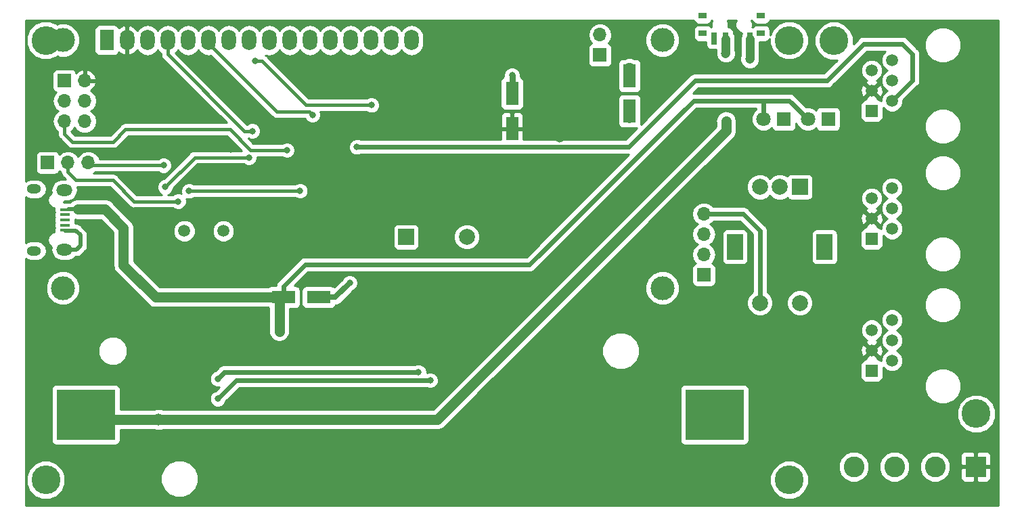
<source format=gbr>
G04 #@! TF.GenerationSoftware,KiCad,Pcbnew,(5.0.1)-3*
G04 #@! TF.CreationDate,2019-05-30T14:31:15+02:00*
G04 #@! TF.ProjectId,SudTempControl,53756454656D70436F6E74726F6C2E6B,rev?*
G04 #@! TF.SameCoordinates,Original*
G04 #@! TF.FileFunction,Copper,L1,Top,Signal*
G04 #@! TF.FilePolarity,Positive*
%FSLAX46Y46*%
G04 Gerber Fmt 4.6, Leading zero omitted, Abs format (unit mm)*
G04 Created by KiCad (PCBNEW (5.0.1)-3) date 30.05.2019 14:31:15*
%MOMM*%
%LPD*%
G01*
G04 APERTURE LIST*
G04 #@! TA.AperFunction,ComponentPad*
%ADD10R,1.700000X1.700000*%
G04 #@! TD*
G04 #@! TA.AperFunction,ComponentPad*
%ADD11O,1.700000X1.700000*%
G04 #@! TD*
G04 #@! TA.AperFunction,SMDPad,CuDef*
%ADD12R,0.700000X1.500000*%
G04 #@! TD*
G04 #@! TA.AperFunction,SMDPad,CuDef*
%ADD13R,1.000000X0.800000*%
G04 #@! TD*
G04 #@! TA.AperFunction,ComponentPad*
%ADD14C,3.000000*%
G04 #@! TD*
G04 #@! TA.AperFunction,ComponentPad*
%ADD15O,1.800000X2.600000*%
G04 #@! TD*
G04 #@! TA.AperFunction,ComponentPad*
%ADD16R,1.800000X2.600000*%
G04 #@! TD*
G04 #@! TA.AperFunction,SMDPad,CuDef*
%ADD17R,1.600000X3.000000*%
G04 #@! TD*
G04 #@! TA.AperFunction,SMDPad,CuDef*
%ADD18R,7.340000X6.350000*%
G04 #@! TD*
G04 #@! TA.AperFunction,SMDPad,CuDef*
%ADD19R,3.000000X1.600000*%
G04 #@! TD*
G04 #@! TA.AperFunction,ComponentPad*
%ADD20C,2.600000*%
G04 #@! TD*
G04 #@! TA.AperFunction,ComponentPad*
%ADD21R,2.600000X2.600000*%
G04 #@! TD*
G04 #@! TA.AperFunction,ComponentPad*
%ADD22C,2.000000*%
G04 #@! TD*
G04 #@! TA.AperFunction,ComponentPad*
%ADD23R,2.000000X2.000000*%
G04 #@! TD*
G04 #@! TA.AperFunction,ComponentPad*
%ADD24R,1.520000X1.520000*%
G04 #@! TD*
G04 #@! TA.AperFunction,ComponentPad*
%ADD25C,1.520000*%
G04 #@! TD*
G04 #@! TA.AperFunction,ComponentPad*
%ADD26O,1.800000X1.150000*%
G04 #@! TD*
G04 #@! TA.AperFunction,ComponentPad*
%ADD27O,2.000000X1.450000*%
G04 #@! TD*
G04 #@! TA.AperFunction,SMDPad,CuDef*
%ADD28R,1.300000X0.450000*%
G04 #@! TD*
G04 #@! TA.AperFunction,ComponentPad*
%ADD29C,1.500000*%
G04 #@! TD*
G04 #@! TA.AperFunction,ComponentPad*
%ADD30C,1.800000*%
G04 #@! TD*
G04 #@! TA.AperFunction,ComponentPad*
%ADD31R,1.800000X1.800000*%
G04 #@! TD*
G04 #@! TA.AperFunction,ComponentPad*
%ADD32R,2.000000X3.200000*%
G04 #@! TD*
G04 #@! TA.AperFunction,ViaPad*
%ADD33C,3.600000*%
G04 #@! TD*
G04 #@! TA.AperFunction,ViaPad*
%ADD34C,1.100000*%
G04 #@! TD*
G04 #@! TA.AperFunction,ViaPad*
%ADD35C,0.800000*%
G04 #@! TD*
G04 #@! TA.AperFunction,ViaPad*
%ADD36C,1.300000*%
G04 #@! TD*
G04 #@! TA.AperFunction,ViaPad*
%ADD37C,1.000000*%
G04 #@! TD*
G04 #@! TA.AperFunction,ViaPad*
%ADD38C,1.500000*%
G04 #@! TD*
G04 #@! TA.AperFunction,ViaPad*
%ADD39C,1.200000*%
G04 #@! TD*
G04 #@! TA.AperFunction,Conductor*
%ADD40C,0.600000*%
G04 #@! TD*
G04 #@! TA.AperFunction,Conductor*
%ADD41C,0.750000*%
G04 #@! TD*
G04 #@! TA.AperFunction,Conductor*
%ADD42C,0.700000*%
G04 #@! TD*
G04 #@! TA.AperFunction,Conductor*
%ADD43C,0.500000*%
G04 #@! TD*
G04 #@! TA.AperFunction,Conductor*
%ADD44C,0.400000*%
G04 #@! TD*
G04 #@! TA.AperFunction,Conductor*
%ADD45C,1.300000*%
G04 #@! TD*
G04 #@! TA.AperFunction,Conductor*
%ADD46C,1.100000*%
G04 #@! TD*
G04 #@! TA.AperFunction,Conductor*
%ADD47C,0.254000*%
G04 #@! TD*
G04 APERTURE END LIST*
D10*
G04 #@! TO.P,J3,1*
G04 #@! TO.N,+12V*
X181000000Y-76500000D03*
D11*
G04 #@! TO.P,J3,2*
G04 #@! TO.N,GND*
X181000000Y-73960000D03*
G04 #@! TD*
D12*
G04 #@! TO.P,SW2,1*
G04 #@! TO.N,+VSW*
X199750000Y-74430000D03*
G04 #@! TO.P,SW2,2*
G04 #@! TO.N,+BATT*
X196750000Y-74430000D03*
G04 #@! TO.P,SW2,3*
G04 #@! TO.N,N/C*
X195250000Y-74430000D03*
D13*
G04 #@! TO.P,SW2,*
G04 #@! TO.N,*
X201150000Y-71570000D03*
X193850000Y-71570000D03*
X193850000Y-73780000D03*
X201150000Y-73780000D03*
G04 #@! TD*
D10*
G04 #@! TO.P,J6,1*
G04 #@! TO.N,Net-(J6-Pad1)*
X111900000Y-89950000D03*
D11*
G04 #@! TO.P,J6,2*
G04 #@! TO.N,Net-(J6-Pad2)*
X114440000Y-89950000D03*
G04 #@! TO.P,J6,3*
G04 #@! TO.N,Net-(J6-Pad3)*
X116980000Y-89950000D03*
G04 #@! TD*
D14*
G04 #@! TO.P,U2,*
G04 #@! TO.N,*
X188801001Y-74640601D03*
X188800481Y-105641301D03*
X113801901Y-105641301D03*
X113801901Y-74640601D03*
D15*
G04 #@! TO.P,U2,16*
G04 #@! TO.N,Net-(T1-Pad3)*
X157401001Y-74640601D03*
G04 #@! TO.P,U2,15*
G04 #@! TO.N,Net-(R4-Pad2)*
X154861001Y-74640601D03*
G04 #@! TO.P,U2,14*
G04 #@! TO.N,Net-(U1-Pad26)*
X152321001Y-74640601D03*
G04 #@! TO.P,U2,13*
G04 #@! TO.N,Net-(U1-Pad25)*
X149781001Y-74640601D03*
G04 #@! TO.P,U2,12*
G04 #@! TO.N,Net-(U1-Pad24)*
X147241001Y-74640601D03*
G04 #@! TO.P,U2,11*
G04 #@! TO.N,Net-(U1-Pad23)*
X144701001Y-74640601D03*
G04 #@! TO.P,U2,10*
G04 #@! TO.N,Net-(U2-Pad10)*
X142161001Y-74640601D03*
G04 #@! TO.P,U2,9*
G04 #@! TO.N,Net-(U2-Pad9)*
X139621001Y-74640601D03*
G04 #@! TO.P,U2,8*
G04 #@! TO.N,Net-(U2-Pad8)*
X137081001Y-74640601D03*
G04 #@! TO.P,U2,7*
G04 #@! TO.N,Net-(U2-Pad7)*
X134541001Y-74640601D03*
G04 #@! TO.P,U2,6*
G04 #@! TO.N,Net-(U1-Pad28)*
X132001001Y-74640601D03*
G04 #@! TO.P,U2,5*
G04 #@! TO.N,GND*
X129461001Y-74640601D03*
G04 #@! TO.P,U2,4*
G04 #@! TO.N,Net-(U1-Pad27)*
X126921001Y-74640601D03*
G04 #@! TO.P,U2,3*
G04 #@! TO.N,Net-(P1-Pad2)*
X124381001Y-74640601D03*
G04 #@! TO.P,U2,2*
G04 #@! TO.N,+5V*
X121841001Y-74640601D03*
D16*
G04 #@! TO.P,U2,1*
G04 #@! TO.N,GND*
X119301001Y-74640601D03*
G04 #@! TD*
D17*
G04 #@! TO.P,C19,1*
G04 #@! TO.N,+12V*
X184700000Y-83500000D03*
G04 #@! TO.P,C19,2*
G04 #@! TO.N,GND*
X184700000Y-79100000D03*
G04 #@! TD*
D18*
G04 #@! TO.P,BT1,2*
G04 #@! TO.N,GND*
X195330000Y-121500000D03*
G04 #@! TO.P,BT1,1*
G04 #@! TO.N,+BATT*
X116670000Y-121500000D03*
G04 #@! TD*
D19*
G04 #@! TO.P,C16,2*
G04 #@! TO.N,GND*
X145800000Y-106800000D03*
G04 #@! TO.P,C16,1*
G04 #@! TO.N,Net-(C10-Pad2)*
X141400000Y-106800000D03*
G04 #@! TD*
D17*
G04 #@! TO.P,C15,1*
G04 #@! TO.N,+5V*
X170000000Y-85700000D03*
G04 #@! TO.P,C15,2*
G04 #@! TO.N,GND*
X170000000Y-81300000D03*
G04 #@! TD*
D20*
G04 #@! TO.P,J2,4*
G04 #@! TO.N,GND*
X212760000Y-128000000D03*
G04 #@! TO.P,J2,3*
G04 #@! TO.N,Net-(J2-Pad3)*
X217840000Y-128000000D03*
G04 #@! TO.P,J2,2*
G04 #@! TO.N,Net-(J2-Pad2)*
X222920000Y-128000000D03*
D21*
G04 #@! TO.P,J2,1*
G04 #@! TO.N,+5V*
X228000000Y-128000000D03*
G04 #@! TD*
D22*
G04 #@! TO.P,BZ1,2*
G04 #@! TO.N,GND*
X164350000Y-99250000D03*
D23*
G04 #@! TO.P,BZ1,1*
G04 #@! TO.N,Net-(BZ1-Pad1)*
X156750000Y-99250000D03*
G04 #@! TD*
D11*
G04 #@! TO.P,J4,4*
G04 #@! TO.N,Net-(C7-Pad2)*
X194000000Y-96380000D03*
G04 #@! TO.P,J4,3*
G04 #@! TO.N,Net-(C4-Pad2)*
X194000000Y-98920000D03*
G04 #@! TO.P,J4,2*
G04 #@! TO.N,Net-(C2-Pad2)*
X194000000Y-101460000D03*
D10*
G04 #@! TO.P,J4,1*
G04 #@! TO.N,GND*
X194000000Y-104000000D03*
G04 #@! TD*
D24*
G04 #@! TO.P,U4,1*
G04 #@! TO.N,GND*
X215000000Y-83500000D03*
D25*
G04 #@! TO.P,U4,2*
G04 #@! TO.N,Net-(R9-Pad2)*
X217540000Y-82230000D03*
G04 #@! TO.P,U4,3*
G04 #@! TO.N,+5V*
X215000000Y-80960000D03*
G04 #@! TO.P,U4,4*
G04 #@! TO.N,N/C*
X217540000Y-79690000D03*
G04 #@! TO.P,U4,5*
X215000000Y-78420000D03*
G04 #@! TO.P,U4,6*
X217540000Y-77150000D03*
G04 #@! TD*
D24*
G04 #@! TO.P,U5,1*
G04 #@! TO.N,GND*
X215000000Y-99500000D03*
D25*
G04 #@! TO.P,U5,2*
G04 #@! TO.N,Net-(R9-Pad2)*
X217540000Y-98230000D03*
G04 #@! TO.P,U5,3*
G04 #@! TO.N,+5V*
X215000000Y-96960000D03*
G04 #@! TO.P,U5,4*
G04 #@! TO.N,N/C*
X217540000Y-95690000D03*
G04 #@! TO.P,U5,5*
X215000000Y-94420000D03*
G04 #@! TO.P,U5,6*
X217540000Y-93150000D03*
G04 #@! TD*
D24*
G04 #@! TO.P,U6,1*
G04 #@! TO.N,GND*
X215000000Y-116000000D03*
D25*
G04 #@! TO.P,U6,2*
G04 #@! TO.N,Net-(R9-Pad2)*
X217540000Y-114730000D03*
G04 #@! TO.P,U6,3*
G04 #@! TO.N,+5V*
X215000000Y-113460000D03*
G04 #@! TO.P,U6,4*
G04 #@! TO.N,N/C*
X217540000Y-112190000D03*
G04 #@! TO.P,U6,5*
X215000000Y-110920000D03*
G04 #@! TO.P,U6,6*
X217540000Y-109650000D03*
G04 #@! TD*
D26*
G04 #@! TO.P,J5,6*
G04 #@! TO.N,GND*
X110200000Y-101000000D03*
X110200000Y-93250000D03*
D27*
X114000000Y-100850000D03*
X114000000Y-93400000D03*
D28*
G04 #@! TO.P,J5,5*
X114050000Y-98425000D03*
G04 #@! TO.P,J5,4*
G04 #@! TO.N,Net-(J5-Pad4)*
X114050000Y-97775000D03*
G04 #@! TO.P,J5,3*
G04 #@! TO.N,Net-(J5-Pad3)*
X114050000Y-97125000D03*
G04 #@! TO.P,J5,2*
G04 #@! TO.N,Net-(J5-Pad2)*
X114050000Y-96475000D03*
G04 #@! TO.P,J5,1*
G04 #@! TO.N,Net-(C10-Pad2)*
X114050000Y-95825000D03*
G04 #@! TD*
D11*
G04 #@! TO.P,J1,6*
G04 #@! TO.N,GND*
X116540000Y-84780000D03*
G04 #@! TO.P,J1,5*
G04 #@! TO.N,Net-(J1-Pad5)*
X114000000Y-84780000D03*
G04 #@! TO.P,J1,4*
G04 #@! TO.N,Net-(J1-Pad4)*
X116540000Y-82240000D03*
G04 #@! TO.P,J1,3*
G04 #@! TO.N,Net-(J1-Pad3)*
X114000000Y-82240000D03*
G04 #@! TO.P,J1,2*
G04 #@! TO.N,+5V*
X116540000Y-79700000D03*
D10*
G04 #@! TO.P,J1,1*
G04 #@! TO.N,Net-(J1-Pad1)*
X114000000Y-79700000D03*
G04 #@! TD*
D29*
G04 #@! TO.P,Y1,2*
G04 #@! TO.N,Net-(C5-Pad2)*
X133900000Y-98500000D03*
G04 #@! TO.P,Y1,1*
G04 #@! TO.N,Net-(C6-Pad1)*
X129000000Y-98500000D03*
G04 #@! TD*
D30*
G04 #@! TO.P,D3,2*
G04 #@! TO.N,Net-(C10-Pad2)*
X201460000Y-84500000D03*
D31*
G04 #@! TO.P,D3,1*
G04 #@! TO.N,Net-(D3-Pad1)*
X204000000Y-84500000D03*
G04 #@! TD*
D30*
G04 #@! TO.P,D2,2*
G04 #@! TO.N,Net-(C10-Pad2)*
X207000000Y-84500000D03*
D31*
G04 #@! TO.P,D2,1*
G04 #@! TO.N,Net-(D2-Pad1)*
X209540000Y-84500000D03*
G04 #@! TD*
D23*
G04 #@! TO.P,SW1,A*
G04 #@! TO.N,Net-(C2-Pad2)*
X206000000Y-93000000D03*
D22*
G04 #@! TO.P,SW1,C*
G04 #@! TO.N,GND*
X203500000Y-93000000D03*
G04 #@! TO.P,SW1,B*
G04 #@! TO.N,Net-(C4-Pad2)*
X201000000Y-93000000D03*
D32*
G04 #@! TO.P,SW1,MP*
G04 #@! TO.N,N/C*
X209100000Y-100500000D03*
X197900000Y-100500000D03*
D22*
G04 #@! TO.P,SW1,S2*
G04 #@! TO.N,GND*
X206000000Y-107500000D03*
G04 #@! TO.P,SW1,S1*
G04 #@! TO.N,Net-(C7-Pad2)*
X201000000Y-107500000D03*
G04 #@! TD*
D33*
G04 #@! TO.N,*
X210250000Y-74700000D03*
X204674560Y-74650000D03*
X111675000Y-129653700D03*
X204674560Y-129651160D03*
X111675000Y-74650000D03*
X228070000Y-121380000D03*
D34*
G04 #@! TO.N,GND*
X184700000Y-78000000D03*
D35*
X198500000Y-119300000D03*
X192200000Y-119300000D03*
X192200000Y-123400000D03*
X192200000Y-122400000D03*
X192200000Y-121400000D03*
X192200000Y-120400000D03*
X198500000Y-120400000D03*
X198500000Y-121400000D03*
X198500000Y-122400000D03*
X198500000Y-123400000D03*
X170000000Y-79000000D03*
X149700000Y-105000000D03*
D36*
G04 #@! TO.N,+5V*
X176000000Y-86800000D03*
D35*
X132750000Y-79800000D03*
X134800000Y-88300000D03*
X148200000Y-86000000D03*
D37*
X155000000Y-81500000D03*
D35*
X134000000Y-87400000D03*
X136375000Y-97100000D03*
X168000000Y-83850000D03*
X215250000Y-88750000D03*
G04 #@! TO.N,Net-(R9-Pad2)*
X150600000Y-88000000D03*
G04 #@! TO.N,Net-(C8-Pad1)*
X143475000Y-93475000D03*
X129600000Y-93500000D03*
G04 #@! TO.N,Net-(D3-Pad1)*
X133200000Y-117000000D03*
X158300000Y-116200000D03*
D38*
G04 #@! TO.N,+BATT*
X125800000Y-122100000D03*
D39*
X196750000Y-76280000D03*
X196790000Y-84750000D03*
D35*
G04 #@! TO.N,Net-(D2-Pad1)*
X133200000Y-119500000D03*
X159800000Y-117200000D03*
G04 #@! TO.N,Net-(P1-Pad2)*
X152425000Y-82750000D03*
X137850000Y-77250000D03*
D36*
G04 #@! TO.N,Net-(C10-Pad2)*
X140875000Y-111075000D03*
D35*
G04 #@! TO.N,Net-(U1-Pad27)*
X137500000Y-86000000D03*
G04 #@! TO.N,Net-(U1-Pad28)*
X145050000Y-84000000D03*
G04 #@! TO.N,Net-(J1-Pad5)*
X141850000Y-88400000D03*
G04 #@! TO.N,Net-(R16-Pad2)*
X137100000Y-89300000D03*
X126600000Y-93000000D03*
D39*
G04 #@! TO.N,+VSW*
X199750000Y-77000000D03*
G04 #@! TO.N,+12V*
X184700000Y-84400000D03*
D35*
G04 #@! TO.N,Net-(J6-Pad3)*
X126400000Y-90300000D03*
G04 #@! TO.N,Net-(J6-Pad2)*
X128250000Y-94800000D03*
G04 #@! TD*
D40*
G04 #@! TO.N,Net-(C7-Pad2)*
X198880000Y-96380000D02*
X194000000Y-96380000D01*
X201000000Y-107500000D02*
X201000000Y-98500000D01*
X201000000Y-98500000D02*
X198880000Y-96380000D01*
D41*
G04 #@! TO.N,GND*
X170000000Y-81600000D02*
X170000000Y-79000000D01*
X170000000Y-79000000D02*
X170000000Y-79000000D01*
D42*
X147900000Y-106800000D02*
X149700000Y-105000000D01*
X145800000Y-106800000D02*
X147900000Y-106800000D01*
X149700000Y-105000000D02*
X149700000Y-105000000D01*
D43*
X115060001Y-98450001D02*
X114050000Y-98450001D01*
X115450001Y-98450001D02*
X115060001Y-98450001D01*
X116000000Y-99000000D02*
X115450001Y-98450001D01*
X116000000Y-100350000D02*
X116000000Y-99000000D01*
X115500000Y-100850000D02*
X116000000Y-100350000D01*
X114000000Y-100850000D02*
X115500000Y-100850000D01*
D41*
G04 #@! TO.N,+5V*
X176000000Y-86800000D02*
X175800000Y-86800000D01*
D40*
G04 #@! TO.N,Net-(R9-Pad2)*
X184600000Y-88000000D02*
X150600000Y-88000000D01*
X192900000Y-79700000D02*
X184600000Y-88000000D01*
X220100000Y-79670000D02*
X220100000Y-76400000D01*
X217540000Y-82230000D02*
X220100000Y-79670000D01*
X218800000Y-75100000D02*
X214000000Y-75100000D01*
X214000000Y-75100000D02*
X209400000Y-79700000D01*
X220100000Y-76400000D02*
X218800000Y-75100000D01*
X209400000Y-79700000D02*
X192900000Y-79700000D01*
D44*
G04 #@! TO.N,Net-(C8-Pad1)*
X143450000Y-93500000D02*
X143475000Y-93475000D01*
X129600000Y-93500000D02*
X143450000Y-93500000D01*
D40*
G04 #@! TO.N,Net-(D3-Pad1)*
X134000000Y-116200000D02*
X133200000Y-117000000D01*
X158300000Y-116200000D02*
X134000000Y-116200000D01*
D43*
G04 #@! TO.N,+BATT*
X117770000Y-122600000D02*
X116670000Y-121500000D01*
D45*
X117270000Y-122100000D02*
X116670000Y-121500000D01*
X125800000Y-122100000D02*
X117270000Y-122100000D01*
X126860660Y-122100000D02*
X125800000Y-122100000D01*
X160642081Y-122100000D02*
X126860660Y-122100000D01*
X196790000Y-85952081D02*
X160642081Y-122100000D01*
X196790000Y-84750000D02*
X196790000Y-84750000D01*
D46*
X196750000Y-74430000D02*
X196750000Y-76280000D01*
X196750000Y-76280000D02*
X196750000Y-76280000D01*
D45*
X196790000Y-84750000D02*
X196790000Y-85952081D01*
D40*
G04 #@! TO.N,Net-(D2-Pad1)*
X135500000Y-117200000D02*
X133200000Y-119500000D01*
X159800000Y-117200000D02*
X135500000Y-117200000D01*
D44*
G04 #@! TO.N,Net-(P1-Pad2)*
X138750000Y-77250000D02*
X137850000Y-77250000D01*
X152425000Y-82750000D02*
X144250000Y-82750000D01*
X144250000Y-82750000D02*
X138750000Y-77250000D01*
D45*
G04 #@! TO.N,Net-(C10-Pad2)*
X140875000Y-107325000D02*
X141400000Y-106800000D01*
X140875000Y-111075000D02*
X140875000Y-107325000D01*
X141400000Y-106800000D02*
X125400000Y-106800000D01*
X125400000Y-106800000D02*
X121400000Y-102800000D01*
X121400000Y-102800000D02*
X121400000Y-98200000D01*
D43*
X114500000Y-95800000D02*
X115550000Y-95800000D01*
D45*
X121400000Y-98200000D02*
X121400000Y-98100000D01*
X121400000Y-98100000D02*
X119100000Y-95800000D01*
X119100000Y-95800000D02*
X115700000Y-95800000D01*
D40*
X204700000Y-82200000D02*
X207000000Y-84500000D01*
X172200000Y-102700000D02*
X192700000Y-82200000D01*
X144100000Y-102700000D02*
X172200000Y-102700000D01*
X141400000Y-106800000D02*
X141400000Y-105400000D01*
X141400000Y-105400000D02*
X144100000Y-102700000D01*
X201460000Y-82260000D02*
X201460000Y-84500000D01*
X201400000Y-82200000D02*
X201460000Y-82260000D01*
X201400000Y-82200000D02*
X204700000Y-82200000D01*
X192700000Y-82200000D02*
X201400000Y-82200000D01*
D44*
G04 #@! TO.N,Net-(U1-Pad27)*
X137500000Y-86000000D02*
X136500000Y-86000000D01*
X126921001Y-76421001D02*
X126921001Y-74640601D01*
X136500000Y-86000000D02*
X126921001Y-76421001D01*
G04 #@! TO.N,Net-(U1-Pad28)*
X132001001Y-75040601D02*
X132001001Y-74640601D01*
X140560401Y-83600001D02*
X132001001Y-75040601D01*
X144650001Y-83600001D02*
X140560401Y-83600001D01*
X145050000Y-84000000D02*
X144650001Y-83600001D01*
G04 #@! TO.N,Net-(J1-Pad5)*
X137300000Y-88400000D02*
X137300000Y-88400000D01*
X114000000Y-86350000D02*
X114000000Y-84780000D01*
X137300000Y-88400000D02*
X134700000Y-85800000D01*
X141850000Y-88400000D02*
X137300000Y-88400000D01*
X134700000Y-85800000D02*
X121650000Y-85800000D01*
X121650000Y-85800000D02*
X120100000Y-87350000D01*
X120100000Y-87350000D02*
X115000000Y-87350000D01*
X115000000Y-87350000D02*
X114000000Y-86350000D01*
G04 #@! TO.N,Net-(R16-Pad2)*
X130300000Y-89300000D02*
X126600000Y-93000000D01*
X137100000Y-89300000D02*
X130300000Y-89300000D01*
D42*
G04 #@! TO.N,+VSW*
X199750000Y-77000000D02*
X199750000Y-77000000D01*
X199750000Y-77000000D02*
X199750000Y-77000000D01*
D46*
X199750000Y-74430000D02*
X199750000Y-77000000D01*
D44*
G04 #@! TO.N,Net-(J6-Pad3)*
X117330000Y-90300000D02*
X116980000Y-89950000D01*
X126400000Y-90300000D02*
X117330000Y-90300000D01*
G04 #@! TO.N,Net-(J6-Pad2)*
X122700000Y-94800000D02*
X128250000Y-94800000D01*
X120050000Y-92150000D02*
X122700000Y-94800000D01*
X115437919Y-92150000D02*
X120050000Y-92150000D01*
X114440000Y-89950000D02*
X114440000Y-91152081D01*
X114440000Y-91152081D02*
X115437919Y-92150000D01*
G04 #@! TD*
D47*
G04 #@! TO.N,+5V*
G36*
X192751843Y-72217765D02*
X192892191Y-72427809D01*
X193102235Y-72568157D01*
X193350000Y-72617440D01*
X194350000Y-72617440D01*
X194597765Y-72568157D01*
X194807809Y-72427809D01*
X194948157Y-72217765D01*
X194966211Y-72127000D01*
X195050523Y-72127000D01*
X194915000Y-72454180D01*
X194915000Y-72885820D01*
X194975782Y-73032560D01*
X194900000Y-73032560D01*
X194883720Y-73035798D01*
X194807809Y-72922191D01*
X194597765Y-72781843D01*
X194350000Y-72732560D01*
X193350000Y-72732560D01*
X193102235Y-72781843D01*
X192892191Y-72922191D01*
X192751843Y-73132235D01*
X192702560Y-73380000D01*
X192702560Y-74180000D01*
X192751843Y-74427765D01*
X192892191Y-74637809D01*
X193102235Y-74778157D01*
X193350000Y-74827440D01*
X194252560Y-74827440D01*
X194252560Y-75180000D01*
X194301843Y-75427765D01*
X194442191Y-75637809D01*
X194652235Y-75778157D01*
X194900000Y-75827440D01*
X195565001Y-75827440D01*
X195565001Y-75913631D01*
X195515000Y-76034343D01*
X195515000Y-76525657D01*
X195703018Y-76979571D01*
X196050429Y-77326982D01*
X196504343Y-77515000D01*
X196995657Y-77515000D01*
X197449571Y-77326982D01*
X197796982Y-76979571D01*
X197985000Y-76525657D01*
X197985000Y-76034343D01*
X197935000Y-75913633D01*
X197935000Y-74313290D01*
X197866245Y-73967636D01*
X197747440Y-73789832D01*
X197747440Y-73680000D01*
X197698157Y-73432235D01*
X197557809Y-73222191D01*
X197347765Y-73081843D01*
X197100000Y-73032560D01*
X197024218Y-73032560D01*
X197085000Y-72885820D01*
X197085000Y-72454180D01*
X196949477Y-72127000D01*
X198050523Y-72127000D01*
X197915000Y-72454180D01*
X197915000Y-72885820D01*
X198080182Y-73284603D01*
X198385397Y-73589818D01*
X198752560Y-73741903D01*
X198752560Y-73789832D01*
X198633755Y-73967637D01*
X198565000Y-74313291D01*
X198565001Y-76633631D01*
X198515000Y-76754343D01*
X198515000Y-77245657D01*
X198703018Y-77699571D01*
X199050429Y-78046982D01*
X199504343Y-78235000D01*
X199995657Y-78235000D01*
X200449571Y-78046982D01*
X200796982Y-77699571D01*
X200985000Y-77245657D01*
X200985000Y-76754343D01*
X200935000Y-76633633D01*
X200935000Y-74827440D01*
X201650000Y-74827440D01*
X201897765Y-74778157D01*
X202107809Y-74637809D01*
X202239560Y-74440631D01*
X202239560Y-75134352D01*
X202610267Y-76029316D01*
X203295244Y-76714293D01*
X204190208Y-77085000D01*
X205158912Y-77085000D01*
X206053876Y-76714293D01*
X206738853Y-76029316D01*
X207109560Y-75134352D01*
X207109560Y-74165648D01*
X206738853Y-73270684D01*
X206053876Y-72585707D01*
X205158912Y-72215000D01*
X204190208Y-72215000D01*
X203295244Y-72585707D01*
X202610267Y-73270684D01*
X202297440Y-74025914D01*
X202297440Y-73380000D01*
X202248157Y-73132235D01*
X202107809Y-72922191D01*
X201897765Y-72781843D01*
X201650000Y-72732560D01*
X200650000Y-72732560D01*
X200402235Y-72781843D01*
X200192191Y-72922191D01*
X200116280Y-73035798D01*
X200100000Y-73032560D01*
X200024218Y-73032560D01*
X200085000Y-72885820D01*
X200085000Y-72454180D01*
X199949477Y-72127000D01*
X200033789Y-72127000D01*
X200051843Y-72217765D01*
X200192191Y-72427809D01*
X200402235Y-72568157D01*
X200650000Y-72617440D01*
X201650000Y-72617440D01*
X201897765Y-72568157D01*
X202107809Y-72427809D01*
X202248157Y-72217765D01*
X202266211Y-72127000D01*
X230873000Y-72127000D01*
X230873000Y-132873000D01*
X109127000Y-132873000D01*
X109127000Y-129169348D01*
X109240000Y-129169348D01*
X109240000Y-130138052D01*
X109610707Y-131033016D01*
X110295684Y-131717993D01*
X111190648Y-132088700D01*
X112159352Y-132088700D01*
X113054316Y-131717993D01*
X113739293Y-131033016D01*
X114110000Y-130138052D01*
X114110000Y-129169348D01*
X114052515Y-129030567D01*
X126040000Y-129030567D01*
X126040000Y-129969433D01*
X126399289Y-130836833D01*
X127063167Y-131500711D01*
X127930567Y-131860000D01*
X128869433Y-131860000D01*
X129736833Y-131500711D01*
X130400711Y-130836833D01*
X130760000Y-129969433D01*
X130760000Y-129166808D01*
X202239560Y-129166808D01*
X202239560Y-130135512D01*
X202610267Y-131030476D01*
X203295244Y-131715453D01*
X204190208Y-132086160D01*
X205158912Y-132086160D01*
X206053876Y-131715453D01*
X206738853Y-131030476D01*
X207109560Y-130135512D01*
X207109560Y-129166808D01*
X206738853Y-128271844D01*
X206082114Y-127615105D01*
X210825000Y-127615105D01*
X210825000Y-128384895D01*
X211119586Y-129096090D01*
X211663910Y-129640414D01*
X212375105Y-129935000D01*
X213144895Y-129935000D01*
X213856090Y-129640414D01*
X214400414Y-129096090D01*
X214695000Y-128384895D01*
X214695000Y-127615105D01*
X215905000Y-127615105D01*
X215905000Y-128384895D01*
X216199586Y-129096090D01*
X216743910Y-129640414D01*
X217455105Y-129935000D01*
X218224895Y-129935000D01*
X218936090Y-129640414D01*
X219480414Y-129096090D01*
X219775000Y-128384895D01*
X219775000Y-127615105D01*
X220985000Y-127615105D01*
X220985000Y-128384895D01*
X221279586Y-129096090D01*
X221823910Y-129640414D01*
X222535105Y-129935000D01*
X223304895Y-129935000D01*
X224016090Y-129640414D01*
X224560414Y-129096090D01*
X224855000Y-128384895D01*
X224855000Y-128285750D01*
X226065000Y-128285750D01*
X226065000Y-129426310D01*
X226161673Y-129659699D01*
X226340302Y-129838327D01*
X226573691Y-129935000D01*
X227714250Y-129935000D01*
X227873000Y-129776250D01*
X227873000Y-128127000D01*
X228127000Y-128127000D01*
X228127000Y-129776250D01*
X228285750Y-129935000D01*
X229426309Y-129935000D01*
X229659698Y-129838327D01*
X229838327Y-129659699D01*
X229935000Y-129426310D01*
X229935000Y-128285750D01*
X229776250Y-128127000D01*
X228127000Y-128127000D01*
X227873000Y-128127000D01*
X226223750Y-128127000D01*
X226065000Y-128285750D01*
X224855000Y-128285750D01*
X224855000Y-127615105D01*
X224560414Y-126903910D01*
X224230194Y-126573690D01*
X226065000Y-126573690D01*
X226065000Y-127714250D01*
X226223750Y-127873000D01*
X227873000Y-127873000D01*
X227873000Y-126223750D01*
X228127000Y-126223750D01*
X228127000Y-127873000D01*
X229776250Y-127873000D01*
X229935000Y-127714250D01*
X229935000Y-126573690D01*
X229838327Y-126340301D01*
X229659698Y-126161673D01*
X229426309Y-126065000D01*
X228285750Y-126065000D01*
X228127000Y-126223750D01*
X227873000Y-126223750D01*
X227714250Y-126065000D01*
X226573691Y-126065000D01*
X226340302Y-126161673D01*
X226161673Y-126340301D01*
X226065000Y-126573690D01*
X224230194Y-126573690D01*
X224016090Y-126359586D01*
X223304895Y-126065000D01*
X222535105Y-126065000D01*
X221823910Y-126359586D01*
X221279586Y-126903910D01*
X220985000Y-127615105D01*
X219775000Y-127615105D01*
X219480414Y-126903910D01*
X218936090Y-126359586D01*
X218224895Y-126065000D01*
X217455105Y-126065000D01*
X216743910Y-126359586D01*
X216199586Y-126903910D01*
X215905000Y-127615105D01*
X214695000Y-127615105D01*
X214400414Y-126903910D01*
X213856090Y-126359586D01*
X213144895Y-126065000D01*
X212375105Y-126065000D01*
X211663910Y-126359586D01*
X211119586Y-126903910D01*
X210825000Y-127615105D01*
X206082114Y-127615105D01*
X206053876Y-127586867D01*
X205158912Y-127216160D01*
X204190208Y-127216160D01*
X203295244Y-127586867D01*
X202610267Y-128271844D01*
X202239560Y-129166808D01*
X130760000Y-129166808D01*
X130760000Y-129030567D01*
X130400711Y-128163167D01*
X129736833Y-127499289D01*
X128869433Y-127140000D01*
X127930567Y-127140000D01*
X127063167Y-127499289D01*
X126399289Y-128163167D01*
X126040000Y-129030567D01*
X114052515Y-129030567D01*
X113739293Y-128274384D01*
X113054316Y-127589407D01*
X112159352Y-127218700D01*
X111190648Y-127218700D01*
X110295684Y-127589407D01*
X109610707Y-128274384D01*
X109240000Y-129169348D01*
X109127000Y-129169348D01*
X109127000Y-118325000D01*
X112352560Y-118325000D01*
X112352560Y-124675000D01*
X112401843Y-124922765D01*
X112542191Y-125132809D01*
X112752235Y-125273157D01*
X113000000Y-125322440D01*
X120340000Y-125322440D01*
X120587765Y-125273157D01*
X120797809Y-125132809D01*
X120938157Y-124922765D01*
X120987440Y-124675000D01*
X120987440Y-123385000D01*
X125283084Y-123385000D01*
X125524506Y-123485000D01*
X126075494Y-123485000D01*
X126316916Y-123385000D01*
X160515523Y-123385000D01*
X160642081Y-123410174D01*
X160768639Y-123385000D01*
X161143463Y-123310443D01*
X161568514Y-123026433D01*
X161640205Y-122919140D01*
X166234345Y-118325000D01*
X191012560Y-118325000D01*
X191012560Y-124675000D01*
X191061843Y-124922765D01*
X191202191Y-125132809D01*
X191412235Y-125273157D01*
X191660000Y-125322440D01*
X199000000Y-125322440D01*
X199247765Y-125273157D01*
X199457809Y-125132809D01*
X199598157Y-124922765D01*
X199647440Y-124675000D01*
X199647440Y-120895648D01*
X225635000Y-120895648D01*
X225635000Y-121864352D01*
X226005707Y-122759316D01*
X226690684Y-123444293D01*
X227585648Y-123815000D01*
X228554352Y-123815000D01*
X229449316Y-123444293D01*
X230134293Y-122759316D01*
X230505000Y-121864352D01*
X230505000Y-120895648D01*
X230134293Y-120000684D01*
X229449316Y-119315707D01*
X228554352Y-118945000D01*
X227585648Y-118945000D01*
X226690684Y-119315707D01*
X226005707Y-120000684D01*
X225635000Y-120895648D01*
X199647440Y-120895648D01*
X199647440Y-118325000D01*
X199598157Y-118077235D01*
X199457809Y-117867191D01*
X199247765Y-117726843D01*
X199000000Y-117677560D01*
X191660000Y-117677560D01*
X191412235Y-117726843D01*
X191202191Y-117867191D01*
X191061843Y-118077235D01*
X191012560Y-118325000D01*
X166234345Y-118325000D01*
X167098887Y-117460458D01*
X221630000Y-117460458D01*
X221630000Y-118359542D01*
X221974065Y-119190187D01*
X222609813Y-119825935D01*
X223440458Y-120170000D01*
X224339542Y-120170000D01*
X225170187Y-119825935D01*
X225805935Y-119190187D01*
X226150000Y-118359542D01*
X226150000Y-117460458D01*
X225805935Y-116629813D01*
X225170187Y-115994065D01*
X224339542Y-115650000D01*
X223440458Y-115650000D01*
X222609813Y-115994065D01*
X221974065Y-116629813D01*
X221630000Y-117460458D01*
X167098887Y-117460458D01*
X171528778Y-113030567D01*
X181240000Y-113030567D01*
X181240000Y-113969433D01*
X181599289Y-114836833D01*
X182263167Y-115500711D01*
X183130567Y-115860000D01*
X184069433Y-115860000D01*
X184936833Y-115500711D01*
X185197544Y-115240000D01*
X213592560Y-115240000D01*
X213592560Y-116760000D01*
X213641843Y-117007765D01*
X213782191Y-117217809D01*
X213992235Y-117358157D01*
X214240000Y-117407440D01*
X215760000Y-117407440D01*
X216007765Y-117358157D01*
X216217809Y-117217809D01*
X216358157Y-117007765D01*
X216407440Y-116760000D01*
X216407440Y-115570268D01*
X216749796Y-115912624D01*
X217262517Y-116125000D01*
X217817483Y-116125000D01*
X218330204Y-115912624D01*
X218722624Y-115520204D01*
X218935000Y-115007483D01*
X218935000Y-114452517D01*
X218722624Y-113939796D01*
X218330204Y-113547376D01*
X218119260Y-113460000D01*
X218330204Y-113372624D01*
X218722624Y-112980204D01*
X218935000Y-112467483D01*
X218935000Y-111912517D01*
X218722624Y-111399796D01*
X218330204Y-111007376D01*
X218119260Y-110920000D01*
X218330204Y-110832624D01*
X218722624Y-110440204D01*
X218935000Y-109927483D01*
X218935000Y-109372517D01*
X218722624Y-108859796D01*
X218330204Y-108467376D01*
X217817483Y-108255000D01*
X217262517Y-108255000D01*
X216749796Y-108467376D01*
X216357376Y-108859796D01*
X216145000Y-109372517D01*
X216145000Y-109927483D01*
X216357376Y-110440204D01*
X216749796Y-110832624D01*
X216960740Y-110920000D01*
X216749796Y-111007376D01*
X216357376Y-111399796D01*
X216145000Y-111912517D01*
X216145000Y-112467483D01*
X216357376Y-112980204D01*
X216749796Y-113372624D01*
X216960740Y-113460000D01*
X216749796Y-113547376D01*
X216357376Y-113939796D01*
X216145000Y-114452517D01*
X216145000Y-114733541D01*
X216007765Y-114641843D01*
X215760000Y-114592560D01*
X215755166Y-114592560D01*
X215799159Y-114438764D01*
X215000000Y-113639605D01*
X214200841Y-114438764D01*
X214244834Y-114592560D01*
X214240000Y-114592560D01*
X213992235Y-114641843D01*
X213782191Y-114782191D01*
X213641843Y-114992235D01*
X213592560Y-115240000D01*
X185197544Y-115240000D01*
X185600711Y-114836833D01*
X185960000Y-113969433D01*
X185960000Y-113252780D01*
X213592845Y-113252780D01*
X213620659Y-113807049D01*
X213779258Y-114189941D01*
X214021236Y-114259159D01*
X214820395Y-113460000D01*
X215179605Y-113460000D01*
X215978764Y-114259159D01*
X216220742Y-114189941D01*
X216407155Y-113667220D01*
X216379341Y-113112951D01*
X216220742Y-112730059D01*
X215978764Y-112660841D01*
X215179605Y-113460000D01*
X214820395Y-113460000D01*
X214021236Y-112660841D01*
X213779258Y-112730059D01*
X213592845Y-113252780D01*
X185960000Y-113252780D01*
X185960000Y-113030567D01*
X185600711Y-112163167D01*
X184936833Y-111499289D01*
X184069433Y-111140000D01*
X183130567Y-111140000D01*
X182263167Y-111499289D01*
X181599289Y-112163167D01*
X181240000Y-113030567D01*
X171528778Y-113030567D01*
X173916828Y-110642517D01*
X213605000Y-110642517D01*
X213605000Y-111197483D01*
X213817376Y-111710204D01*
X214209796Y-112102624D01*
X214404859Y-112183422D01*
X214270059Y-112239258D01*
X214200841Y-112481236D01*
X215000000Y-113280395D01*
X215799159Y-112481236D01*
X215729941Y-112239258D01*
X215585069Y-112187594D01*
X215790204Y-112102624D01*
X216182624Y-111710204D01*
X216395000Y-111197483D01*
X216395000Y-110642517D01*
X216182624Y-110129796D01*
X215790204Y-109737376D01*
X215277483Y-109525000D01*
X214722517Y-109525000D01*
X214209796Y-109737376D01*
X213817376Y-110129796D01*
X213605000Y-110642517D01*
X173916828Y-110642517D01*
X179342722Y-105216623D01*
X186665481Y-105216623D01*
X186665481Y-106065979D01*
X186990515Y-106850681D01*
X187591101Y-107451267D01*
X188375803Y-107776301D01*
X189225159Y-107776301D01*
X190009861Y-107451267D01*
X190610447Y-106850681D01*
X190935481Y-106065979D01*
X190935481Y-105216623D01*
X190610447Y-104431921D01*
X190009861Y-103831335D01*
X189225159Y-103506301D01*
X188375803Y-103506301D01*
X187591101Y-103831335D01*
X186990515Y-104431921D01*
X186665481Y-105216623D01*
X179342722Y-105216623D01*
X188179345Y-96380000D01*
X192485908Y-96380000D01*
X192601161Y-96959418D01*
X192929375Y-97450625D01*
X193227761Y-97650000D01*
X192929375Y-97849375D01*
X192601161Y-98340582D01*
X192485908Y-98920000D01*
X192601161Y-99499418D01*
X192929375Y-99990625D01*
X193227761Y-100190000D01*
X192929375Y-100389375D01*
X192601161Y-100880582D01*
X192485908Y-101460000D01*
X192601161Y-102039418D01*
X192929375Y-102530625D01*
X192947619Y-102542816D01*
X192902235Y-102551843D01*
X192692191Y-102692191D01*
X192551843Y-102902235D01*
X192502560Y-103150000D01*
X192502560Y-104850000D01*
X192551843Y-105097765D01*
X192692191Y-105307809D01*
X192902235Y-105448157D01*
X193150000Y-105497440D01*
X194850000Y-105497440D01*
X195097765Y-105448157D01*
X195307809Y-105307809D01*
X195448157Y-105097765D01*
X195497440Y-104850000D01*
X195497440Y-103150000D01*
X195448157Y-102902235D01*
X195307809Y-102692191D01*
X195097765Y-102551843D01*
X195052381Y-102542816D01*
X195070625Y-102530625D01*
X195398839Y-102039418D01*
X195514092Y-101460000D01*
X195398839Y-100880582D01*
X195070625Y-100389375D01*
X194772239Y-100190000D01*
X195070625Y-99990625D01*
X195398839Y-99499418D01*
X195514092Y-98920000D01*
X195510114Y-98900000D01*
X196252560Y-98900000D01*
X196252560Y-102100000D01*
X196301843Y-102347765D01*
X196442191Y-102557809D01*
X196652235Y-102698157D01*
X196900000Y-102747440D01*
X198900000Y-102747440D01*
X199147765Y-102698157D01*
X199357809Y-102557809D01*
X199498157Y-102347765D01*
X199547440Y-102100000D01*
X199547440Y-98900000D01*
X199498157Y-98652235D01*
X199357809Y-98442191D01*
X199147765Y-98301843D01*
X198900000Y-98252560D01*
X196900000Y-98252560D01*
X196652235Y-98301843D01*
X196442191Y-98442191D01*
X196301843Y-98652235D01*
X196252560Y-98900000D01*
X195510114Y-98900000D01*
X195398839Y-98340582D01*
X195070625Y-97849375D01*
X194772239Y-97650000D01*
X195070625Y-97450625D01*
X195161247Y-97315000D01*
X198492711Y-97315000D01*
X200065001Y-98887291D01*
X200065000Y-106122761D01*
X199613914Y-106573847D01*
X199365000Y-107174778D01*
X199365000Y-107825222D01*
X199613914Y-108426153D01*
X200073847Y-108886086D01*
X200674778Y-109135000D01*
X201325222Y-109135000D01*
X201926153Y-108886086D01*
X202386086Y-108426153D01*
X202635000Y-107825222D01*
X202635000Y-107174778D01*
X204365000Y-107174778D01*
X204365000Y-107825222D01*
X204613914Y-108426153D01*
X205073847Y-108886086D01*
X205674778Y-109135000D01*
X206325222Y-109135000D01*
X206926153Y-108886086D01*
X207386086Y-108426153D01*
X207635000Y-107825222D01*
X207635000Y-107300458D01*
X221630000Y-107300458D01*
X221630000Y-108199542D01*
X221974065Y-109030187D01*
X222609813Y-109665935D01*
X223440458Y-110010000D01*
X224339542Y-110010000D01*
X225170187Y-109665935D01*
X225805935Y-109030187D01*
X226150000Y-108199542D01*
X226150000Y-107300458D01*
X225805935Y-106469813D01*
X225170187Y-105834065D01*
X224339542Y-105490000D01*
X223440458Y-105490000D01*
X222609813Y-105834065D01*
X221974065Y-106469813D01*
X221630000Y-107300458D01*
X207635000Y-107300458D01*
X207635000Y-107174778D01*
X207386086Y-106573847D01*
X206926153Y-106113914D01*
X206325222Y-105865000D01*
X205674778Y-105865000D01*
X205073847Y-106113914D01*
X204613914Y-106573847D01*
X204365000Y-107174778D01*
X202635000Y-107174778D01*
X202386086Y-106573847D01*
X201935000Y-106122761D01*
X201935000Y-98900000D01*
X207452560Y-98900000D01*
X207452560Y-102100000D01*
X207501843Y-102347765D01*
X207642191Y-102557809D01*
X207852235Y-102698157D01*
X208100000Y-102747440D01*
X210100000Y-102747440D01*
X210347765Y-102698157D01*
X210557809Y-102557809D01*
X210698157Y-102347765D01*
X210747440Y-102100000D01*
X210747440Y-100960458D01*
X221630000Y-100960458D01*
X221630000Y-101859542D01*
X221974065Y-102690187D01*
X222609813Y-103325935D01*
X223440458Y-103670000D01*
X224339542Y-103670000D01*
X225170187Y-103325935D01*
X225805935Y-102690187D01*
X226150000Y-101859542D01*
X226150000Y-100960458D01*
X225805935Y-100129813D01*
X225170187Y-99494065D01*
X224339542Y-99150000D01*
X223440458Y-99150000D01*
X222609813Y-99494065D01*
X221974065Y-100129813D01*
X221630000Y-100960458D01*
X210747440Y-100960458D01*
X210747440Y-98900000D01*
X210715615Y-98740000D01*
X213592560Y-98740000D01*
X213592560Y-100260000D01*
X213641843Y-100507765D01*
X213782191Y-100717809D01*
X213992235Y-100858157D01*
X214240000Y-100907440D01*
X215760000Y-100907440D01*
X216007765Y-100858157D01*
X216217809Y-100717809D01*
X216358157Y-100507765D01*
X216407440Y-100260000D01*
X216407440Y-99070268D01*
X216749796Y-99412624D01*
X217262517Y-99625000D01*
X217817483Y-99625000D01*
X218330204Y-99412624D01*
X218722624Y-99020204D01*
X218935000Y-98507483D01*
X218935000Y-97952517D01*
X218722624Y-97439796D01*
X218330204Y-97047376D01*
X218119260Y-96960000D01*
X218330204Y-96872624D01*
X218722624Y-96480204D01*
X218935000Y-95967483D01*
X218935000Y-95412517D01*
X218722624Y-94899796D01*
X218330204Y-94507376D01*
X218119260Y-94420000D01*
X218330204Y-94332624D01*
X218722624Y-93940204D01*
X218935000Y-93427483D01*
X218935000Y-92872517D01*
X218722624Y-92359796D01*
X218330204Y-91967376D01*
X217817483Y-91755000D01*
X217262517Y-91755000D01*
X216749796Y-91967376D01*
X216357376Y-92359796D01*
X216145000Y-92872517D01*
X216145000Y-93427483D01*
X216357376Y-93940204D01*
X216749796Y-94332624D01*
X216960740Y-94420000D01*
X216749796Y-94507376D01*
X216357376Y-94899796D01*
X216145000Y-95412517D01*
X216145000Y-95967483D01*
X216357376Y-96480204D01*
X216749796Y-96872624D01*
X216960740Y-96960000D01*
X216749796Y-97047376D01*
X216357376Y-97439796D01*
X216145000Y-97952517D01*
X216145000Y-98233541D01*
X216007765Y-98141843D01*
X215760000Y-98092560D01*
X215755166Y-98092560D01*
X215799159Y-97938764D01*
X215000000Y-97139605D01*
X214200841Y-97938764D01*
X214244834Y-98092560D01*
X214240000Y-98092560D01*
X213992235Y-98141843D01*
X213782191Y-98282191D01*
X213641843Y-98492235D01*
X213592560Y-98740000D01*
X210715615Y-98740000D01*
X210698157Y-98652235D01*
X210557809Y-98442191D01*
X210347765Y-98301843D01*
X210100000Y-98252560D01*
X208100000Y-98252560D01*
X207852235Y-98301843D01*
X207642191Y-98442191D01*
X207501843Y-98652235D01*
X207452560Y-98900000D01*
X201935000Y-98900000D01*
X201935000Y-98592086D01*
X201953317Y-98500000D01*
X201926893Y-98367155D01*
X201880750Y-98135181D01*
X201674097Y-97825903D01*
X201596031Y-97773741D01*
X200575070Y-96752780D01*
X213592845Y-96752780D01*
X213620659Y-97307049D01*
X213779258Y-97689941D01*
X214021236Y-97759159D01*
X214820395Y-96960000D01*
X215179605Y-96960000D01*
X215978764Y-97759159D01*
X216220742Y-97689941D01*
X216407155Y-97167220D01*
X216379341Y-96612951D01*
X216220742Y-96230059D01*
X215978764Y-96160841D01*
X215179605Y-96960000D01*
X214820395Y-96960000D01*
X214021236Y-96160841D01*
X213779258Y-96230059D01*
X213592845Y-96752780D01*
X200575070Y-96752780D01*
X199606261Y-95783972D01*
X199554097Y-95705903D01*
X199244819Y-95499250D01*
X198972086Y-95445000D01*
X198880000Y-95426683D01*
X198787914Y-95445000D01*
X195161247Y-95445000D01*
X195070625Y-95309375D01*
X194579418Y-94981161D01*
X194146256Y-94895000D01*
X193853744Y-94895000D01*
X193420582Y-94981161D01*
X192929375Y-95309375D01*
X192601161Y-95800582D01*
X192485908Y-96380000D01*
X188179345Y-96380000D01*
X191884567Y-92674778D01*
X199365000Y-92674778D01*
X199365000Y-93325222D01*
X199613914Y-93926153D01*
X200073847Y-94386086D01*
X200674778Y-94635000D01*
X201325222Y-94635000D01*
X201926153Y-94386086D01*
X202250000Y-94062239D01*
X202573847Y-94386086D01*
X203174778Y-94635000D01*
X203825222Y-94635000D01*
X204426153Y-94386086D01*
X204466984Y-94345255D01*
X204542191Y-94457809D01*
X204752235Y-94598157D01*
X205000000Y-94647440D01*
X207000000Y-94647440D01*
X207247765Y-94598157D01*
X207457809Y-94457809D01*
X207598157Y-94247765D01*
X207619091Y-94142517D01*
X213605000Y-94142517D01*
X213605000Y-94697483D01*
X213817376Y-95210204D01*
X214209796Y-95602624D01*
X214404859Y-95683422D01*
X214270059Y-95739258D01*
X214200841Y-95981236D01*
X215000000Y-96780395D01*
X215799159Y-95981236D01*
X215729941Y-95739258D01*
X215585069Y-95687594D01*
X215790204Y-95602624D01*
X216182624Y-95210204D01*
X216395000Y-94697483D01*
X216395000Y-94142517D01*
X216182624Y-93629796D01*
X215790204Y-93237376D01*
X215277483Y-93025000D01*
X214722517Y-93025000D01*
X214209796Y-93237376D01*
X213817376Y-93629796D01*
X213605000Y-94142517D01*
X207619091Y-94142517D01*
X207647440Y-94000000D01*
X207647440Y-92000000D01*
X207598157Y-91752235D01*
X207457809Y-91542191D01*
X207247765Y-91401843D01*
X207000000Y-91352560D01*
X205000000Y-91352560D01*
X204752235Y-91401843D01*
X204542191Y-91542191D01*
X204466984Y-91654745D01*
X204426153Y-91613914D01*
X203825222Y-91365000D01*
X203174778Y-91365000D01*
X202573847Y-91613914D01*
X202250000Y-91937761D01*
X201926153Y-91613914D01*
X201325222Y-91365000D01*
X200674778Y-91365000D01*
X200073847Y-91613914D01*
X199613914Y-92073847D01*
X199365000Y-92674778D01*
X191884567Y-92674778D01*
X193758887Y-90800458D01*
X221630000Y-90800458D01*
X221630000Y-91699542D01*
X221974065Y-92530187D01*
X222609813Y-93165935D01*
X223440458Y-93510000D01*
X224339542Y-93510000D01*
X225170187Y-93165935D01*
X225805935Y-92530187D01*
X226150000Y-91699542D01*
X226150000Y-90800458D01*
X225805935Y-89969813D01*
X225170187Y-89334065D01*
X224339542Y-88990000D01*
X223440458Y-88990000D01*
X222609813Y-89334065D01*
X221974065Y-89969813D01*
X221630000Y-90800458D01*
X193758887Y-90800458D01*
X197609143Y-86950203D01*
X197716433Y-86878514D01*
X198000443Y-86453463D01*
X198075000Y-86078639D01*
X198075000Y-86078635D01*
X198100173Y-85952082D01*
X198075000Y-85825529D01*
X198075000Y-84876558D01*
X198100174Y-84750000D01*
X198000443Y-84248618D01*
X197716433Y-83823567D01*
X197291382Y-83539557D01*
X196916558Y-83465000D01*
X196790000Y-83439826D01*
X196303725Y-83536552D01*
X196288618Y-83539557D01*
X195863567Y-83823567D01*
X195579557Y-84248618D01*
X195479826Y-84750000D01*
X195505000Y-84876558D01*
X195505000Y-85419816D01*
X160109817Y-120815000D01*
X126316916Y-120815000D01*
X126075494Y-120715000D01*
X125524506Y-120715000D01*
X125283084Y-120815000D01*
X120987440Y-120815000D01*
X120987440Y-118325000D01*
X120938157Y-118077235D01*
X120797809Y-117867191D01*
X120587765Y-117726843D01*
X120340000Y-117677560D01*
X113000000Y-117677560D01*
X112752235Y-117726843D01*
X112542191Y-117867191D01*
X112401843Y-118077235D01*
X112352560Y-118325000D01*
X109127000Y-118325000D01*
X109127000Y-116794126D01*
X132165000Y-116794126D01*
X132165000Y-117205874D01*
X132322569Y-117586280D01*
X132613720Y-117877431D01*
X132994126Y-118035000D01*
X133342711Y-118035000D01*
X132855142Y-118522569D01*
X132613720Y-118622569D01*
X132322569Y-118913720D01*
X132165000Y-119294126D01*
X132165000Y-119705874D01*
X132322569Y-120086280D01*
X132613720Y-120377431D01*
X132994126Y-120535000D01*
X133405874Y-120535000D01*
X133786280Y-120377431D01*
X134077431Y-120086280D01*
X134177431Y-119844858D01*
X135887290Y-118135000D01*
X159352704Y-118135000D01*
X159594126Y-118235000D01*
X160005874Y-118235000D01*
X160386280Y-118077431D01*
X160677431Y-117786280D01*
X160835000Y-117405874D01*
X160835000Y-116994126D01*
X160677431Y-116613720D01*
X160386280Y-116322569D01*
X160005874Y-116165000D01*
X159594126Y-116165000D01*
X159352704Y-116265000D01*
X159335000Y-116265000D01*
X159335000Y-115994126D01*
X159177431Y-115613720D01*
X158886280Y-115322569D01*
X158505874Y-115165000D01*
X158094126Y-115165000D01*
X157852704Y-115265000D01*
X134092086Y-115265000D01*
X134000000Y-115246683D01*
X133907914Y-115265000D01*
X133635181Y-115319250D01*
X133325903Y-115525903D01*
X133273741Y-115603970D01*
X132855141Y-116022569D01*
X132613720Y-116122569D01*
X132322569Y-116413720D01*
X132165000Y-116794126D01*
X109127000Y-116794126D01*
X109127000Y-113135990D01*
X118240000Y-113135990D01*
X118240000Y-113864010D01*
X118518601Y-114536612D01*
X119033388Y-115051399D01*
X119705990Y-115330000D01*
X120434010Y-115330000D01*
X121106612Y-115051399D01*
X121621399Y-114536612D01*
X121900000Y-113864010D01*
X121900000Y-113135990D01*
X121621399Y-112463388D01*
X121106612Y-111948601D01*
X120434010Y-111670000D01*
X119705990Y-111670000D01*
X119033388Y-111948601D01*
X118518601Y-112463388D01*
X118240000Y-113135990D01*
X109127000Y-113135990D01*
X109127000Y-105216623D01*
X111666901Y-105216623D01*
X111666901Y-106065979D01*
X111991935Y-106850681D01*
X112592521Y-107451267D01*
X113377223Y-107776301D01*
X114226579Y-107776301D01*
X115011281Y-107451267D01*
X115611867Y-106850681D01*
X115936901Y-106065979D01*
X115936901Y-105216623D01*
X115611867Y-104431921D01*
X115011281Y-103831335D01*
X114226579Y-103506301D01*
X113377223Y-103506301D01*
X112592521Y-103831335D01*
X111991935Y-104431921D01*
X111666901Y-105216623D01*
X109127000Y-105216623D01*
X109127000Y-101955456D01*
X109402882Y-102139795D01*
X109755827Y-102210000D01*
X110644173Y-102210000D01*
X110997118Y-102139795D01*
X111397361Y-101872361D01*
X111664795Y-101472118D01*
X111758705Y-101000000D01*
X111664795Y-100527882D01*
X111397361Y-100127639D01*
X110997118Y-99860205D01*
X110644173Y-99790000D01*
X109755827Y-99790000D01*
X109402882Y-99860205D01*
X109127000Y-100044544D01*
X109127000Y-94205456D01*
X109402882Y-94389795D01*
X109755827Y-94460000D01*
X110644173Y-94460000D01*
X110997118Y-94389795D01*
X111397361Y-94122361D01*
X111664795Y-93722118D01*
X111758705Y-93250000D01*
X111664795Y-92777882D01*
X111397361Y-92377639D01*
X110997118Y-92110205D01*
X110644173Y-92040000D01*
X109755827Y-92040000D01*
X109402882Y-92110205D01*
X109127000Y-92294544D01*
X109127000Y-89100000D01*
X110402560Y-89100000D01*
X110402560Y-90800000D01*
X110451843Y-91047765D01*
X110592191Y-91257809D01*
X110802235Y-91398157D01*
X111050000Y-91447440D01*
X112750000Y-91447440D01*
X112997765Y-91398157D01*
X113207809Y-91257809D01*
X113348157Y-91047765D01*
X113357184Y-91002381D01*
X113369375Y-91020625D01*
X113592096Y-91169443D01*
X113653448Y-91477881D01*
X113653449Y-91477882D01*
X113838000Y-91754082D01*
X113907718Y-91800666D01*
X114147052Y-92040000D01*
X113591057Y-92040000D01*
X113194355Y-92118909D01*
X112744495Y-92419495D01*
X112443909Y-92869355D01*
X112338357Y-93400000D01*
X112406639Y-93743279D01*
X112203807Y-93878807D01*
X111975052Y-94221163D01*
X111894724Y-94625000D01*
X111975052Y-95028837D01*
X112203807Y-95371193D01*
X112546163Y-95599948D01*
X112752560Y-95641003D01*
X112752560Y-96050000D01*
X112772451Y-96150000D01*
X112752560Y-96250000D01*
X112752560Y-96700000D01*
X112772451Y-96800000D01*
X112752560Y-96900000D01*
X112752560Y-97350000D01*
X112772451Y-97450000D01*
X112752560Y-97550000D01*
X112752560Y-98000000D01*
X112772451Y-98099999D01*
X112752560Y-98200000D01*
X112752560Y-98608997D01*
X112546163Y-98650052D01*
X112203807Y-98878807D01*
X111975052Y-99221163D01*
X111894724Y-99625000D01*
X111975052Y-100028837D01*
X112203807Y-100371193D01*
X112406639Y-100506721D01*
X112338357Y-100850000D01*
X112443909Y-101380645D01*
X112744495Y-101830505D01*
X113194355Y-102131091D01*
X113591057Y-102210000D01*
X114408943Y-102210000D01*
X114805645Y-102131091D01*
X115255505Y-101830505D01*
X115319319Y-101735000D01*
X115412839Y-101735000D01*
X115500000Y-101752337D01*
X115587161Y-101735000D01*
X115587165Y-101735000D01*
X115845310Y-101683652D01*
X116138049Y-101488049D01*
X116187425Y-101414153D01*
X116564154Y-101037424D01*
X116638049Y-100988049D01*
X116833652Y-100695310D01*
X116885000Y-100437165D01*
X116885000Y-100437161D01*
X116902337Y-100350000D01*
X116885000Y-100262839D01*
X116885000Y-99087159D01*
X116902337Y-98999999D01*
X116885000Y-98912840D01*
X116885000Y-98912835D01*
X116833652Y-98654690D01*
X116638049Y-98361951D01*
X116564153Y-98312575D01*
X116137426Y-97885848D01*
X116088050Y-97811952D01*
X115795311Y-97616349D01*
X115537166Y-97565001D01*
X115537162Y-97565001D01*
X115450001Y-97547664D01*
X115362840Y-97565001D01*
X115347440Y-97565001D01*
X115347440Y-97550000D01*
X115327549Y-97450000D01*
X115347440Y-97350000D01*
X115347440Y-97040045D01*
X115573442Y-97085000D01*
X118567736Y-97085000D01*
X120115001Y-98632266D01*
X120115000Y-102673442D01*
X120089826Y-102800000D01*
X120142502Y-103064818D01*
X120189557Y-103301381D01*
X120473567Y-103726433D01*
X120580860Y-103798124D01*
X124401877Y-107619142D01*
X124473567Y-107726433D01*
X124898618Y-108010443D01*
X125273442Y-108085000D01*
X125273446Y-108085000D01*
X125399999Y-108110173D01*
X125526552Y-108085000D01*
X139482885Y-108085000D01*
X139590001Y-108156573D01*
X139590000Y-110819398D01*
X139590000Y-111330602D01*
X139639383Y-111449825D01*
X139664557Y-111576381D01*
X139736245Y-111683670D01*
X139785629Y-111802894D01*
X139876879Y-111894144D01*
X139948567Y-112001433D01*
X140055857Y-112073122D01*
X140147106Y-112164371D01*
X140266328Y-112213754D01*
X140373618Y-112285443D01*
X140500177Y-112310617D01*
X140619398Y-112360000D01*
X140748442Y-112360000D01*
X140875000Y-112385174D01*
X141001558Y-112360000D01*
X141130602Y-112360000D01*
X141249824Y-112310617D01*
X141376381Y-112285443D01*
X141483670Y-112213755D01*
X141602894Y-112164371D01*
X141694144Y-112073121D01*
X141801433Y-112001433D01*
X141873122Y-111894143D01*
X141964371Y-111802894D01*
X142013754Y-111683672D01*
X142085443Y-111576382D01*
X142110617Y-111449824D01*
X142160000Y-111330602D01*
X142160000Y-108247440D01*
X142900000Y-108247440D01*
X143147765Y-108198157D01*
X143357809Y-108057809D01*
X143498157Y-107847765D01*
X143547440Y-107600000D01*
X143547440Y-106000000D01*
X143652560Y-106000000D01*
X143652560Y-107600000D01*
X143701843Y-107847765D01*
X143842191Y-108057809D01*
X144052235Y-108198157D01*
X144300000Y-108247440D01*
X147300000Y-108247440D01*
X147547765Y-108198157D01*
X147757809Y-108057809D01*
X147898157Y-107847765D01*
X147907084Y-107802887D01*
X147997008Y-107785000D01*
X147997012Y-107785000D01*
X148284328Y-107727849D01*
X148610145Y-107510145D01*
X148665098Y-107427902D01*
X150165569Y-105927431D01*
X150286280Y-105877431D01*
X150577431Y-105586280D01*
X150735000Y-105205874D01*
X150735000Y-104794126D01*
X150577431Y-104413720D01*
X150286280Y-104122569D01*
X149905874Y-103965000D01*
X149494126Y-103965000D01*
X149113720Y-104122569D01*
X148822569Y-104413720D01*
X148772569Y-104534431D01*
X147760613Y-105546387D01*
X147757809Y-105542191D01*
X147547765Y-105401843D01*
X147300000Y-105352560D01*
X144300000Y-105352560D01*
X144052235Y-105401843D01*
X143842191Y-105542191D01*
X143701843Y-105752235D01*
X143652560Y-106000000D01*
X143547440Y-106000000D01*
X143498157Y-105752235D01*
X143357809Y-105542191D01*
X143147765Y-105401843D01*
X142900000Y-105352560D01*
X142769729Y-105352560D01*
X144487289Y-103635000D01*
X172107914Y-103635000D01*
X172200000Y-103653317D01*
X172292086Y-103635000D01*
X172564819Y-103580750D01*
X172874097Y-103374097D01*
X172926261Y-103296028D01*
X193087290Y-83135000D01*
X200525000Y-83135000D01*
X200525000Y-83264183D01*
X200158690Y-83630493D01*
X199925000Y-84194670D01*
X199925000Y-84805330D01*
X200158690Y-85369507D01*
X200590493Y-85801310D01*
X201154670Y-86035000D01*
X201765330Y-86035000D01*
X202329507Y-85801310D01*
X202498725Y-85632092D01*
X202501843Y-85647765D01*
X202642191Y-85857809D01*
X202852235Y-85998157D01*
X203100000Y-86047440D01*
X204900000Y-86047440D01*
X205147765Y-85998157D01*
X205357809Y-85857809D01*
X205498157Y-85647765D01*
X205547440Y-85400000D01*
X205547440Y-85004358D01*
X205698690Y-85369507D01*
X206130493Y-85801310D01*
X206694670Y-86035000D01*
X207305330Y-86035000D01*
X207869507Y-85801310D01*
X208038725Y-85632092D01*
X208041843Y-85647765D01*
X208182191Y-85857809D01*
X208392235Y-85998157D01*
X208640000Y-86047440D01*
X210440000Y-86047440D01*
X210687765Y-85998157D01*
X210897809Y-85857809D01*
X211038157Y-85647765D01*
X211087440Y-85400000D01*
X211087440Y-84960458D01*
X221630000Y-84960458D01*
X221630000Y-85859542D01*
X221974065Y-86690187D01*
X222609813Y-87325935D01*
X223440458Y-87670000D01*
X224339542Y-87670000D01*
X225170187Y-87325935D01*
X225805935Y-86690187D01*
X226150000Y-85859542D01*
X226150000Y-84960458D01*
X225805935Y-84129813D01*
X225170187Y-83494065D01*
X224339542Y-83150000D01*
X223440458Y-83150000D01*
X222609813Y-83494065D01*
X221974065Y-84129813D01*
X221630000Y-84960458D01*
X211087440Y-84960458D01*
X211087440Y-83600000D01*
X211038157Y-83352235D01*
X210897809Y-83142191D01*
X210687765Y-83001843D01*
X210440000Y-82952560D01*
X208640000Y-82952560D01*
X208392235Y-83001843D01*
X208182191Y-83142191D01*
X208041843Y-83352235D01*
X208038725Y-83367908D01*
X207869507Y-83198690D01*
X207305330Y-82965000D01*
X206787290Y-82965000D01*
X205426261Y-81603972D01*
X205374097Y-81525903D01*
X205064819Y-81319250D01*
X204792086Y-81265000D01*
X204700000Y-81246683D01*
X204607914Y-81265000D01*
X201492086Y-81265000D01*
X201400000Y-81246683D01*
X201307914Y-81265000D01*
X192792085Y-81265000D01*
X192699999Y-81246683D01*
X192669549Y-81252740D01*
X193169509Y-80752780D01*
X213592845Y-80752780D01*
X213620659Y-81307049D01*
X213779258Y-81689941D01*
X214021236Y-81759159D01*
X214820395Y-80960000D01*
X215179605Y-80960000D01*
X215978764Y-81759159D01*
X216220742Y-81689941D01*
X216407155Y-81167220D01*
X216379341Y-80612951D01*
X216220742Y-80230059D01*
X215978764Y-80160841D01*
X215179605Y-80960000D01*
X214820395Y-80960000D01*
X214021236Y-80160841D01*
X213779258Y-80230059D01*
X213592845Y-80752780D01*
X193169509Y-80752780D01*
X193287289Y-80635000D01*
X209307914Y-80635000D01*
X209400000Y-80653317D01*
X209492086Y-80635000D01*
X209764819Y-80580750D01*
X210074097Y-80374097D01*
X210126261Y-80296028D01*
X212279772Y-78142517D01*
X213605000Y-78142517D01*
X213605000Y-78697483D01*
X213817376Y-79210204D01*
X214209796Y-79602624D01*
X214404859Y-79683422D01*
X214270059Y-79739258D01*
X214200841Y-79981236D01*
X215000000Y-80780395D01*
X215799159Y-79981236D01*
X215729941Y-79739258D01*
X215585069Y-79687594D01*
X215790204Y-79602624D01*
X216182624Y-79210204D01*
X216395000Y-78697483D01*
X216395000Y-78142517D01*
X216182624Y-77629796D01*
X215790204Y-77237376D01*
X215277483Y-77025000D01*
X214722517Y-77025000D01*
X214209796Y-77237376D01*
X213817376Y-77629796D01*
X213605000Y-78142517D01*
X212279772Y-78142517D01*
X214387290Y-76035000D01*
X216682172Y-76035000D01*
X216357376Y-76359796D01*
X216145000Y-76872517D01*
X216145000Y-77427483D01*
X216357376Y-77940204D01*
X216749796Y-78332624D01*
X216960740Y-78420000D01*
X216749796Y-78507376D01*
X216357376Y-78899796D01*
X216145000Y-79412517D01*
X216145000Y-79967483D01*
X216357376Y-80480204D01*
X216749796Y-80872624D01*
X216960740Y-80960000D01*
X216749796Y-81047376D01*
X216357376Y-81439796D01*
X216145000Y-81952517D01*
X216145000Y-82233541D01*
X216007765Y-82141843D01*
X215760000Y-82092560D01*
X215755166Y-82092560D01*
X215799159Y-81938764D01*
X215000000Y-81139605D01*
X214200841Y-81938764D01*
X214244834Y-82092560D01*
X214240000Y-82092560D01*
X213992235Y-82141843D01*
X213782191Y-82282191D01*
X213641843Y-82492235D01*
X213592560Y-82740000D01*
X213592560Y-84260000D01*
X213641843Y-84507765D01*
X213782191Y-84717809D01*
X213992235Y-84858157D01*
X214240000Y-84907440D01*
X215760000Y-84907440D01*
X216007765Y-84858157D01*
X216217809Y-84717809D01*
X216358157Y-84507765D01*
X216407440Y-84260000D01*
X216407440Y-83070268D01*
X216749796Y-83412624D01*
X217262517Y-83625000D01*
X217817483Y-83625000D01*
X218330204Y-83412624D01*
X218722624Y-83020204D01*
X218935000Y-82507483D01*
X218935000Y-82157289D01*
X220696031Y-80396259D01*
X220774097Y-80344097D01*
X220980750Y-80034819D01*
X221035000Y-79762086D01*
X221035000Y-79762085D01*
X221053317Y-79670000D01*
X221035000Y-79577914D01*
X221035000Y-76492086D01*
X221053317Y-76400000D01*
X220980750Y-76035181D01*
X220925850Y-75953018D01*
X220774097Y-75725903D01*
X220696028Y-75673739D01*
X219822747Y-74800458D01*
X221630000Y-74800458D01*
X221630000Y-75699542D01*
X221974065Y-76530187D01*
X222609813Y-77165935D01*
X223440458Y-77510000D01*
X224339542Y-77510000D01*
X225170187Y-77165935D01*
X225805935Y-76530187D01*
X226150000Y-75699542D01*
X226150000Y-74800458D01*
X225805935Y-73969813D01*
X225170187Y-73334065D01*
X224339542Y-72990000D01*
X223440458Y-72990000D01*
X222609813Y-73334065D01*
X221974065Y-73969813D01*
X221630000Y-74800458D01*
X219822747Y-74800458D01*
X219526261Y-74503972D01*
X219474097Y-74425903D01*
X219164819Y-74219250D01*
X218892086Y-74165000D01*
X218800000Y-74146683D01*
X218707914Y-74165000D01*
X214092081Y-74165000D01*
X213999999Y-74146684D01*
X213907917Y-74165000D01*
X213907914Y-74165000D01*
X213635181Y-74219250D01*
X213325903Y-74425903D01*
X213273741Y-74503969D01*
X212685000Y-75092710D01*
X212685000Y-74215648D01*
X212314293Y-73320684D01*
X211629316Y-72635707D01*
X210734352Y-72265000D01*
X209765648Y-72265000D01*
X208870684Y-72635707D01*
X208185707Y-73320684D01*
X207815000Y-74215648D01*
X207815000Y-75184352D01*
X208185707Y-76079316D01*
X208870684Y-76764293D01*
X209765648Y-77135000D01*
X210642711Y-77135000D01*
X209012711Y-78765000D01*
X192992086Y-78765000D01*
X192900000Y-78746683D01*
X192807914Y-78765000D01*
X192535181Y-78819250D01*
X192225903Y-79025903D01*
X192173739Y-79103972D01*
X186115094Y-85162617D01*
X186147440Y-85000000D01*
X186147440Y-82000000D01*
X186098157Y-81752235D01*
X185957809Y-81542191D01*
X185747765Y-81401843D01*
X185500000Y-81352560D01*
X183900000Y-81352560D01*
X183652235Y-81401843D01*
X183442191Y-81542191D01*
X183301843Y-81752235D01*
X183252560Y-82000000D01*
X183252560Y-85000000D01*
X183301843Y-85247765D01*
X183442191Y-85457809D01*
X183652235Y-85598157D01*
X183900000Y-85647440D01*
X185500000Y-85647440D01*
X185662617Y-85615094D01*
X184212711Y-87065000D01*
X171435000Y-87065000D01*
X171435000Y-85985750D01*
X171276250Y-85827000D01*
X170127000Y-85827000D01*
X170127000Y-85847000D01*
X169873000Y-85847000D01*
X169873000Y-85827000D01*
X168723750Y-85827000D01*
X168565000Y-85985750D01*
X168565000Y-87065000D01*
X151047296Y-87065000D01*
X150805874Y-86965000D01*
X150394126Y-86965000D01*
X150013720Y-87122569D01*
X149722569Y-87413720D01*
X149565000Y-87794126D01*
X149565000Y-88205874D01*
X149722569Y-88586280D01*
X150013720Y-88877431D01*
X150394126Y-89035000D01*
X150805874Y-89035000D01*
X151047296Y-88935000D01*
X184507914Y-88935000D01*
X184600000Y-88953317D01*
X184630450Y-88947260D01*
X171812711Y-101765000D01*
X144192086Y-101765000D01*
X144100000Y-101746683D01*
X144007914Y-101765000D01*
X143735181Y-101819250D01*
X143425903Y-102025903D01*
X143373739Y-102103972D01*
X140803970Y-104673741D01*
X140725904Y-104725903D01*
X140673742Y-104803969D01*
X140673741Y-104803970D01*
X140519250Y-105035182D01*
X140456119Y-105352560D01*
X139900000Y-105352560D01*
X139652235Y-105401843D01*
X139482885Y-105515000D01*
X125932265Y-105515000D01*
X122685000Y-102267736D01*
X122685000Y-98226552D01*
X122685406Y-98224506D01*
X127615000Y-98224506D01*
X127615000Y-98775494D01*
X127825853Y-99284540D01*
X128215460Y-99674147D01*
X128724506Y-99885000D01*
X129275494Y-99885000D01*
X129784540Y-99674147D01*
X130174147Y-99284540D01*
X130385000Y-98775494D01*
X130385000Y-98224506D01*
X132515000Y-98224506D01*
X132515000Y-98775494D01*
X132725853Y-99284540D01*
X133115460Y-99674147D01*
X133624506Y-99885000D01*
X134175494Y-99885000D01*
X134684540Y-99674147D01*
X135074147Y-99284540D01*
X135285000Y-98775494D01*
X135285000Y-98250000D01*
X155102560Y-98250000D01*
X155102560Y-100250000D01*
X155151843Y-100497765D01*
X155292191Y-100707809D01*
X155502235Y-100848157D01*
X155750000Y-100897440D01*
X157750000Y-100897440D01*
X157997765Y-100848157D01*
X158207809Y-100707809D01*
X158348157Y-100497765D01*
X158397440Y-100250000D01*
X158397440Y-98924778D01*
X162715000Y-98924778D01*
X162715000Y-99575222D01*
X162963914Y-100176153D01*
X163423847Y-100636086D01*
X164024778Y-100885000D01*
X164675222Y-100885000D01*
X165276153Y-100636086D01*
X165736086Y-100176153D01*
X165985000Y-99575222D01*
X165985000Y-98924778D01*
X165736086Y-98323847D01*
X165276153Y-97863914D01*
X164675222Y-97615000D01*
X164024778Y-97615000D01*
X163423847Y-97863914D01*
X162963914Y-98323847D01*
X162715000Y-98924778D01*
X158397440Y-98924778D01*
X158397440Y-98250000D01*
X158348157Y-98002235D01*
X158207809Y-97792191D01*
X157997765Y-97651843D01*
X157750000Y-97602560D01*
X155750000Y-97602560D01*
X155502235Y-97651843D01*
X155292191Y-97792191D01*
X155151843Y-98002235D01*
X155102560Y-98250000D01*
X135285000Y-98250000D01*
X135285000Y-98224506D01*
X135074147Y-97715460D01*
X134684540Y-97325853D01*
X134175494Y-97115000D01*
X133624506Y-97115000D01*
X133115460Y-97325853D01*
X132725853Y-97715460D01*
X132515000Y-98224506D01*
X130385000Y-98224506D01*
X130174147Y-97715460D01*
X129784540Y-97325853D01*
X129275494Y-97115000D01*
X128724506Y-97115000D01*
X128215460Y-97325853D01*
X127825853Y-97715460D01*
X127615000Y-98224506D01*
X122685406Y-98224506D01*
X122710173Y-98099999D01*
X122685000Y-97973446D01*
X122685000Y-97973443D01*
X122610443Y-97598619D01*
X122495693Y-97426883D01*
X122398122Y-97280857D01*
X122398121Y-97280856D01*
X122326433Y-97173567D01*
X122219143Y-97101878D01*
X120098124Y-94980859D01*
X120026433Y-94873567D01*
X119601382Y-94589557D01*
X119226558Y-94515000D01*
X119100000Y-94489826D01*
X118973442Y-94515000D01*
X115573442Y-94515000D01*
X115198618Y-94589557D01*
X114773567Y-94873567D01*
X114745882Y-94915000D01*
X114412835Y-94915000D01*
X114224007Y-94952560D01*
X113940120Y-94952560D01*
X113978423Y-94760000D01*
X114408943Y-94760000D01*
X114805645Y-94681091D01*
X115255505Y-94380505D01*
X115556091Y-93930645D01*
X115661643Y-93400000D01*
X115579094Y-92985000D01*
X119704133Y-92985000D01*
X122051415Y-95332283D01*
X122097999Y-95402001D01*
X122323753Y-95552845D01*
X122374199Y-95586552D01*
X122700000Y-95651358D01*
X122782237Y-95635000D01*
X127621289Y-95635000D01*
X127663720Y-95677431D01*
X128044126Y-95835000D01*
X128455874Y-95835000D01*
X128836280Y-95677431D01*
X129127431Y-95386280D01*
X129285000Y-95005874D01*
X129285000Y-94594126D01*
X129232836Y-94468192D01*
X129394126Y-94535000D01*
X129805874Y-94535000D01*
X130186280Y-94377431D01*
X130228711Y-94335000D01*
X142871289Y-94335000D01*
X142888720Y-94352431D01*
X143269126Y-94510000D01*
X143680874Y-94510000D01*
X144061280Y-94352431D01*
X144352431Y-94061280D01*
X144510000Y-93680874D01*
X144510000Y-93269126D01*
X144352431Y-92888720D01*
X144061280Y-92597569D01*
X143680874Y-92440000D01*
X143269126Y-92440000D01*
X142888720Y-92597569D01*
X142821289Y-92665000D01*
X130228711Y-92665000D01*
X130186280Y-92622569D01*
X129805874Y-92465000D01*
X129394126Y-92465000D01*
X129013720Y-92622569D01*
X128722569Y-92913720D01*
X128565000Y-93294126D01*
X128565000Y-93705874D01*
X128617164Y-93831808D01*
X128455874Y-93765000D01*
X128044126Y-93765000D01*
X127663720Y-93922569D01*
X127621289Y-93965000D01*
X126974869Y-93965000D01*
X127186280Y-93877431D01*
X127477431Y-93586280D01*
X127635000Y-93205874D01*
X127635000Y-93145867D01*
X130645868Y-90135000D01*
X136471289Y-90135000D01*
X136513720Y-90177431D01*
X136894126Y-90335000D01*
X137305874Y-90335000D01*
X137686280Y-90177431D01*
X137977431Y-89886280D01*
X138135000Y-89505874D01*
X138135000Y-89235000D01*
X141221289Y-89235000D01*
X141263720Y-89277431D01*
X141644126Y-89435000D01*
X142055874Y-89435000D01*
X142436280Y-89277431D01*
X142727431Y-88986280D01*
X142885000Y-88605874D01*
X142885000Y-88194126D01*
X142727431Y-87813720D01*
X142436280Y-87522569D01*
X142055874Y-87365000D01*
X141644126Y-87365000D01*
X141263720Y-87522569D01*
X141221289Y-87565000D01*
X137645869Y-87565000D01*
X136989822Y-86908953D01*
X137294126Y-87035000D01*
X137705874Y-87035000D01*
X138086280Y-86877431D01*
X138377431Y-86586280D01*
X138535000Y-86205874D01*
X138535000Y-85794126D01*
X138377431Y-85413720D01*
X138086280Y-85122569D01*
X137705874Y-84965000D01*
X137294126Y-84965000D01*
X136913720Y-85122569D01*
X136871289Y-85165000D01*
X136845869Y-85165000D01*
X127908063Y-76227196D01*
X128027674Y-76147274D01*
X128191001Y-75902837D01*
X128354329Y-76147274D01*
X128862075Y-76486539D01*
X129461001Y-76605673D01*
X130059928Y-76486539D01*
X130567674Y-76147274D01*
X130731001Y-75902837D01*
X130894329Y-76147274D01*
X131402075Y-76486539D01*
X132001001Y-76605673D01*
X132321462Y-76541929D01*
X139911816Y-84132284D01*
X139958400Y-84202002D01*
X140234600Y-84386553D01*
X140478164Y-84435001D01*
X140560401Y-84451359D01*
X140642638Y-84435001D01*
X144109907Y-84435001D01*
X144172569Y-84586280D01*
X144463720Y-84877431D01*
X144844126Y-85035000D01*
X145255874Y-85035000D01*
X145636280Y-84877431D01*
X145927431Y-84586280D01*
X146085000Y-84205874D01*
X146085000Y-84073691D01*
X168565000Y-84073691D01*
X168565000Y-85414250D01*
X168723750Y-85573000D01*
X169873000Y-85573000D01*
X169873000Y-83723750D01*
X170127000Y-83723750D01*
X170127000Y-85573000D01*
X171276250Y-85573000D01*
X171435000Y-85414250D01*
X171435000Y-84073691D01*
X171338327Y-83840302D01*
X171159699Y-83661673D01*
X170926310Y-83565000D01*
X170285750Y-83565000D01*
X170127000Y-83723750D01*
X169873000Y-83723750D01*
X169714250Y-83565000D01*
X169073690Y-83565000D01*
X168840301Y-83661673D01*
X168661673Y-83840302D01*
X168565000Y-84073691D01*
X146085000Y-84073691D01*
X146085000Y-83794126D01*
X145998377Y-83585000D01*
X151796289Y-83585000D01*
X151838720Y-83627431D01*
X152219126Y-83785000D01*
X152630874Y-83785000D01*
X153011280Y-83627431D01*
X153302431Y-83336280D01*
X153460000Y-82955874D01*
X153460000Y-82544126D01*
X153302431Y-82163720D01*
X153011280Y-81872569D01*
X152630874Y-81715000D01*
X152219126Y-81715000D01*
X151838720Y-81872569D01*
X151796289Y-81915000D01*
X144595868Y-81915000D01*
X142480868Y-79800000D01*
X168552560Y-79800000D01*
X168552560Y-82800000D01*
X168601843Y-83047765D01*
X168742191Y-83257809D01*
X168952235Y-83398157D01*
X169200000Y-83447440D01*
X170800000Y-83447440D01*
X171047765Y-83398157D01*
X171257809Y-83257809D01*
X171398157Y-83047765D01*
X171447440Y-82800000D01*
X171447440Y-79800000D01*
X171398157Y-79552235D01*
X171257809Y-79342191D01*
X171047765Y-79201843D01*
X171035000Y-79199304D01*
X171035000Y-78794126D01*
X170877431Y-78413720D01*
X170586280Y-78122569D01*
X170205874Y-77965000D01*
X169794126Y-77965000D01*
X169413720Y-78122569D01*
X169122569Y-78413720D01*
X168965000Y-78794126D01*
X168965000Y-79199304D01*
X168952235Y-79201843D01*
X168742191Y-79342191D01*
X168601843Y-79552235D01*
X168552560Y-79800000D01*
X142480868Y-79800000D01*
X139398587Y-76717720D01*
X139352001Y-76647999D01*
X139147781Y-76511544D01*
X139621001Y-76605673D01*
X140219928Y-76486539D01*
X140727674Y-76147274D01*
X140891001Y-75902837D01*
X141054329Y-76147274D01*
X141562075Y-76486539D01*
X142161001Y-76605673D01*
X142759928Y-76486539D01*
X143267674Y-76147274D01*
X143431001Y-75902837D01*
X143594329Y-76147274D01*
X144102075Y-76486539D01*
X144701001Y-76605673D01*
X145299928Y-76486539D01*
X145807674Y-76147274D01*
X145971001Y-75902837D01*
X146134329Y-76147274D01*
X146642075Y-76486539D01*
X147241001Y-76605673D01*
X147839928Y-76486539D01*
X148347674Y-76147274D01*
X148511001Y-75902837D01*
X148674329Y-76147274D01*
X149182075Y-76486539D01*
X149781001Y-76605673D01*
X150379928Y-76486539D01*
X150887674Y-76147274D01*
X151051001Y-75902837D01*
X151214329Y-76147274D01*
X151722075Y-76486539D01*
X152321001Y-76605673D01*
X152919928Y-76486539D01*
X153427674Y-76147274D01*
X153591001Y-75902837D01*
X153754329Y-76147274D01*
X154262075Y-76486539D01*
X154861001Y-76605673D01*
X155459928Y-76486539D01*
X155967674Y-76147274D01*
X156131001Y-75902837D01*
X156294329Y-76147274D01*
X156802075Y-76486539D01*
X157401001Y-76605673D01*
X157999928Y-76486539D01*
X158507674Y-76147274D01*
X158846939Y-75639528D01*
X158936001Y-75191782D01*
X158936001Y-74089419D01*
X158910258Y-73960000D01*
X179485908Y-73960000D01*
X179601161Y-74539418D01*
X179929375Y-75030625D01*
X179947619Y-75042816D01*
X179902235Y-75051843D01*
X179692191Y-75192191D01*
X179551843Y-75402235D01*
X179502560Y-75650000D01*
X179502560Y-77350000D01*
X179551843Y-77597765D01*
X179692191Y-77807809D01*
X179902235Y-77948157D01*
X180150000Y-77997440D01*
X181850000Y-77997440D01*
X182097765Y-77948157D01*
X182307809Y-77807809D01*
X182446663Y-77600000D01*
X183252560Y-77600000D01*
X183252560Y-80600000D01*
X183301843Y-80847765D01*
X183442191Y-81057809D01*
X183652235Y-81198157D01*
X183900000Y-81247440D01*
X185500000Y-81247440D01*
X185747765Y-81198157D01*
X185957809Y-81057809D01*
X186098157Y-80847765D01*
X186147440Y-80600000D01*
X186147440Y-77600000D01*
X186098157Y-77352235D01*
X185957809Y-77142191D01*
X185747765Y-77001843D01*
X185500000Y-76952560D01*
X185267812Y-76952560D01*
X184935711Y-76815000D01*
X184464289Y-76815000D01*
X184132188Y-76952560D01*
X183900000Y-76952560D01*
X183652235Y-77001843D01*
X183442191Y-77142191D01*
X183301843Y-77352235D01*
X183252560Y-77600000D01*
X182446663Y-77600000D01*
X182448157Y-77597765D01*
X182497440Y-77350000D01*
X182497440Y-75650000D01*
X182448157Y-75402235D01*
X182307809Y-75192191D01*
X182097765Y-75051843D01*
X182052381Y-75042816D01*
X182070625Y-75030625D01*
X182398839Y-74539418D01*
X182463185Y-74215923D01*
X186666001Y-74215923D01*
X186666001Y-75065279D01*
X186991035Y-75849981D01*
X187591621Y-76450567D01*
X188376323Y-76775601D01*
X189225679Y-76775601D01*
X190010381Y-76450567D01*
X190610967Y-75849981D01*
X190936001Y-75065279D01*
X190936001Y-74215923D01*
X190610967Y-73431221D01*
X190010381Y-72830635D01*
X189225679Y-72505601D01*
X188376323Y-72505601D01*
X187591621Y-72830635D01*
X186991035Y-73431221D01*
X186666001Y-74215923D01*
X182463185Y-74215923D01*
X182514092Y-73960000D01*
X182398839Y-73380582D01*
X182070625Y-72889375D01*
X181579418Y-72561161D01*
X181146256Y-72475000D01*
X180853744Y-72475000D01*
X180420582Y-72561161D01*
X179929375Y-72889375D01*
X179601161Y-73380582D01*
X179485908Y-73960000D01*
X158910258Y-73960000D01*
X158846939Y-73641674D01*
X158507674Y-73133928D01*
X157999927Y-72794663D01*
X157401001Y-72675529D01*
X156802074Y-72794663D01*
X156294328Y-73133928D01*
X156131001Y-73378364D01*
X155967674Y-73133928D01*
X155459927Y-72794663D01*
X154861001Y-72675529D01*
X154262074Y-72794663D01*
X153754328Y-73133928D01*
X153591001Y-73378364D01*
X153427674Y-73133928D01*
X152919927Y-72794663D01*
X152321001Y-72675529D01*
X151722074Y-72794663D01*
X151214328Y-73133928D01*
X151051001Y-73378364D01*
X150887674Y-73133928D01*
X150379927Y-72794663D01*
X149781001Y-72675529D01*
X149182074Y-72794663D01*
X148674328Y-73133928D01*
X148511001Y-73378364D01*
X148347674Y-73133928D01*
X147839927Y-72794663D01*
X147241001Y-72675529D01*
X146642074Y-72794663D01*
X146134328Y-73133928D01*
X145971001Y-73378364D01*
X145807674Y-73133928D01*
X145299927Y-72794663D01*
X144701001Y-72675529D01*
X144102074Y-72794663D01*
X143594328Y-73133928D01*
X143431001Y-73378364D01*
X143267674Y-73133928D01*
X142759927Y-72794663D01*
X142161001Y-72675529D01*
X141562074Y-72794663D01*
X141054328Y-73133928D01*
X140891001Y-73378364D01*
X140727674Y-73133928D01*
X140219927Y-72794663D01*
X139621001Y-72675529D01*
X139022074Y-72794663D01*
X138514328Y-73133928D01*
X138351001Y-73378364D01*
X138187674Y-73133928D01*
X137679927Y-72794663D01*
X137081001Y-72675529D01*
X136482074Y-72794663D01*
X135974328Y-73133928D01*
X135811001Y-73378364D01*
X135647674Y-73133928D01*
X135139927Y-72794663D01*
X134541001Y-72675529D01*
X133942074Y-72794663D01*
X133434328Y-73133928D01*
X133271001Y-73378364D01*
X133107674Y-73133928D01*
X132599927Y-72794663D01*
X132001001Y-72675529D01*
X131402074Y-72794663D01*
X130894328Y-73133928D01*
X130731001Y-73378364D01*
X130567674Y-73133928D01*
X130059927Y-72794663D01*
X129461001Y-72675529D01*
X128862074Y-72794663D01*
X128354328Y-73133928D01*
X128191001Y-73378364D01*
X128027674Y-73133928D01*
X127519927Y-72794663D01*
X126921001Y-72675529D01*
X126322074Y-72794663D01*
X125814328Y-73133928D01*
X125651001Y-73378364D01*
X125487674Y-73133928D01*
X124979927Y-72794663D01*
X124381001Y-72675529D01*
X123782074Y-72794663D01*
X123274328Y-73133928D01*
X123099299Y-73395879D01*
X122836607Y-73065389D01*
X122311087Y-72773845D01*
X122205741Y-72749565D01*
X121968001Y-72870223D01*
X121968001Y-74513601D01*
X121988001Y-74513601D01*
X121988001Y-74767601D01*
X121968001Y-74767601D01*
X121968001Y-76410979D01*
X122205741Y-76531637D01*
X122311087Y-76507357D01*
X122836607Y-76215813D01*
X123099299Y-75885323D01*
X123274329Y-76147274D01*
X123782075Y-76486539D01*
X124381001Y-76605673D01*
X124979928Y-76486539D01*
X125487674Y-76147274D01*
X125651001Y-75902837D01*
X125814329Y-76147274D01*
X126086001Y-76328799D01*
X126086001Y-76338768D01*
X126069644Y-76421001D01*
X126086001Y-76503234D01*
X126086001Y-76503237D01*
X126134449Y-76746801D01*
X126319000Y-77023002D01*
X126388721Y-77069588D01*
X134284131Y-84965000D01*
X121732232Y-84965000D01*
X121649999Y-84948643D01*
X121567766Y-84965000D01*
X121567763Y-84965000D01*
X121324199Y-85013448D01*
X121047999Y-85197999D01*
X121001415Y-85267717D01*
X119754133Y-86515000D01*
X115345868Y-86515000D01*
X114837357Y-86006490D01*
X115070625Y-85850625D01*
X115270000Y-85552239D01*
X115469375Y-85850625D01*
X115960582Y-86178839D01*
X116393744Y-86265000D01*
X116686256Y-86265000D01*
X117119418Y-86178839D01*
X117610625Y-85850625D01*
X117938839Y-85359418D01*
X118054092Y-84780000D01*
X117938839Y-84200582D01*
X117610625Y-83709375D01*
X117312239Y-83510000D01*
X117610625Y-83310625D01*
X117938839Y-82819418D01*
X118054092Y-82240000D01*
X117938839Y-81660582D01*
X117610625Y-81169375D01*
X117291522Y-80956157D01*
X117421358Y-80895183D01*
X117811645Y-80466924D01*
X117981476Y-80056890D01*
X117860155Y-79827000D01*
X116667000Y-79827000D01*
X116667000Y-79847000D01*
X116413000Y-79847000D01*
X116413000Y-79827000D01*
X116393000Y-79827000D01*
X116393000Y-79573000D01*
X116413000Y-79573000D01*
X116413000Y-78379181D01*
X116667000Y-78379181D01*
X116667000Y-79573000D01*
X117860155Y-79573000D01*
X117981476Y-79343110D01*
X117811645Y-78933076D01*
X117421358Y-78504817D01*
X116896892Y-78258514D01*
X116667000Y-78379181D01*
X116413000Y-78379181D01*
X116183108Y-78258514D01*
X115658642Y-78504817D01*
X115469961Y-78711855D01*
X115448157Y-78602235D01*
X115307809Y-78392191D01*
X115097765Y-78251843D01*
X114850000Y-78202560D01*
X113150000Y-78202560D01*
X112902235Y-78251843D01*
X112692191Y-78392191D01*
X112551843Y-78602235D01*
X112502560Y-78850000D01*
X112502560Y-80550000D01*
X112551843Y-80797765D01*
X112692191Y-81007809D01*
X112902235Y-81148157D01*
X112947619Y-81157184D01*
X112929375Y-81169375D01*
X112601161Y-81660582D01*
X112485908Y-82240000D01*
X112601161Y-82819418D01*
X112929375Y-83310625D01*
X113227761Y-83510000D01*
X112929375Y-83709375D01*
X112601161Y-84200582D01*
X112485908Y-84780000D01*
X112601161Y-85359418D01*
X112929375Y-85850625D01*
X113165000Y-86008065D01*
X113165000Y-86267767D01*
X113148643Y-86350000D01*
X113165000Y-86432233D01*
X113165000Y-86432236D01*
X113213448Y-86675800D01*
X113397999Y-86952001D01*
X113467720Y-86998587D01*
X114351415Y-87882282D01*
X114397999Y-87952001D01*
X114674199Y-88136552D01*
X114917763Y-88185000D01*
X115000000Y-88201358D01*
X115082237Y-88185000D01*
X120017767Y-88185000D01*
X120100000Y-88201357D01*
X120182233Y-88185000D01*
X120182237Y-88185000D01*
X120425801Y-88136552D01*
X120702001Y-87952001D01*
X120748587Y-87882280D01*
X121995868Y-86635000D01*
X134354133Y-86635000D01*
X136184131Y-88465000D01*
X130382232Y-88465000D01*
X130299999Y-88448643D01*
X130217766Y-88465000D01*
X130217763Y-88465000D01*
X129974199Y-88513448D01*
X129697999Y-88697999D01*
X129651415Y-88767717D01*
X126454133Y-91965000D01*
X126394126Y-91965000D01*
X126013720Y-92122569D01*
X125722569Y-92413720D01*
X125565000Y-92794126D01*
X125565000Y-93205874D01*
X125722569Y-93586280D01*
X126013720Y-93877431D01*
X126225131Y-93965000D01*
X123045868Y-93965000D01*
X120698587Y-91617720D01*
X120652001Y-91547999D01*
X120375801Y-91363448D01*
X120132237Y-91315000D01*
X120132233Y-91315000D01*
X120050000Y-91298643D01*
X119967767Y-91315000D01*
X117610062Y-91315000D01*
X117879451Y-91135000D01*
X125771289Y-91135000D01*
X125813720Y-91177431D01*
X126194126Y-91335000D01*
X126605874Y-91335000D01*
X126986280Y-91177431D01*
X127277431Y-90886280D01*
X127435000Y-90505874D01*
X127435000Y-90094126D01*
X127277431Y-89713720D01*
X126986280Y-89422569D01*
X126605874Y-89265000D01*
X126194126Y-89265000D01*
X125813720Y-89422569D01*
X125771289Y-89465000D01*
X118397620Y-89465000D01*
X118378839Y-89370582D01*
X118050625Y-88879375D01*
X117559418Y-88551161D01*
X117126256Y-88465000D01*
X116833744Y-88465000D01*
X116400582Y-88551161D01*
X115909375Y-88879375D01*
X115710000Y-89177761D01*
X115510625Y-88879375D01*
X115019418Y-88551161D01*
X114586256Y-88465000D01*
X114293744Y-88465000D01*
X113860582Y-88551161D01*
X113369375Y-88879375D01*
X113357184Y-88897619D01*
X113348157Y-88852235D01*
X113207809Y-88642191D01*
X112997765Y-88501843D01*
X112750000Y-88452560D01*
X111050000Y-88452560D01*
X110802235Y-88501843D01*
X110592191Y-88642191D01*
X110451843Y-88852235D01*
X110402560Y-89100000D01*
X109127000Y-89100000D01*
X109127000Y-74165648D01*
X109240000Y-74165648D01*
X109240000Y-75134352D01*
X109610707Y-76029316D01*
X110295684Y-76714293D01*
X111190648Y-77085000D01*
X112159352Y-77085000D01*
X113054316Y-76714293D01*
X113105542Y-76663067D01*
X113377223Y-76775601D01*
X114226579Y-76775601D01*
X115011281Y-76450567D01*
X115611867Y-75849981D01*
X115936901Y-75065279D01*
X115936901Y-74215923D01*
X115611867Y-73431221D01*
X115521247Y-73340601D01*
X117753561Y-73340601D01*
X117753561Y-75940601D01*
X117802844Y-76188366D01*
X117943192Y-76398410D01*
X118153236Y-76538758D01*
X118401001Y-76588041D01*
X120201001Y-76588041D01*
X120448766Y-76538758D01*
X120658810Y-76398410D01*
X120799158Y-76188366D01*
X120804046Y-76163792D01*
X120845395Y-76215813D01*
X121370915Y-76507357D01*
X121476261Y-76531637D01*
X121714001Y-76410979D01*
X121714001Y-74767601D01*
X121694001Y-74767601D01*
X121694001Y-74513601D01*
X121714001Y-74513601D01*
X121714001Y-72870223D01*
X121476261Y-72749565D01*
X121370915Y-72773845D01*
X120845395Y-73065389D01*
X120804046Y-73117410D01*
X120799158Y-73092836D01*
X120658810Y-72882792D01*
X120448766Y-72742444D01*
X120201001Y-72693161D01*
X118401001Y-72693161D01*
X118153236Y-72742444D01*
X117943192Y-72882792D01*
X117802844Y-73092836D01*
X117753561Y-73340601D01*
X115521247Y-73340601D01*
X115011281Y-72830635D01*
X114226579Y-72505601D01*
X113377223Y-72505601D01*
X113092250Y-72623641D01*
X113054316Y-72585707D01*
X112159352Y-72215000D01*
X111190648Y-72215000D01*
X110295684Y-72585707D01*
X109610707Y-73270684D01*
X109240000Y-74165648D01*
X109127000Y-74165648D01*
X109127000Y-72127000D01*
X192733789Y-72127000D01*
X192751843Y-72217765D01*
X192751843Y-72217765D01*
G37*
X192751843Y-72217765D02*
X192892191Y-72427809D01*
X193102235Y-72568157D01*
X193350000Y-72617440D01*
X194350000Y-72617440D01*
X194597765Y-72568157D01*
X194807809Y-72427809D01*
X194948157Y-72217765D01*
X194966211Y-72127000D01*
X195050523Y-72127000D01*
X194915000Y-72454180D01*
X194915000Y-72885820D01*
X194975782Y-73032560D01*
X194900000Y-73032560D01*
X194883720Y-73035798D01*
X194807809Y-72922191D01*
X194597765Y-72781843D01*
X194350000Y-72732560D01*
X193350000Y-72732560D01*
X193102235Y-72781843D01*
X192892191Y-72922191D01*
X192751843Y-73132235D01*
X192702560Y-73380000D01*
X192702560Y-74180000D01*
X192751843Y-74427765D01*
X192892191Y-74637809D01*
X193102235Y-74778157D01*
X193350000Y-74827440D01*
X194252560Y-74827440D01*
X194252560Y-75180000D01*
X194301843Y-75427765D01*
X194442191Y-75637809D01*
X194652235Y-75778157D01*
X194900000Y-75827440D01*
X195565001Y-75827440D01*
X195565001Y-75913631D01*
X195515000Y-76034343D01*
X195515000Y-76525657D01*
X195703018Y-76979571D01*
X196050429Y-77326982D01*
X196504343Y-77515000D01*
X196995657Y-77515000D01*
X197449571Y-77326982D01*
X197796982Y-76979571D01*
X197985000Y-76525657D01*
X197985000Y-76034343D01*
X197935000Y-75913633D01*
X197935000Y-74313290D01*
X197866245Y-73967636D01*
X197747440Y-73789832D01*
X197747440Y-73680000D01*
X197698157Y-73432235D01*
X197557809Y-73222191D01*
X197347765Y-73081843D01*
X197100000Y-73032560D01*
X197024218Y-73032560D01*
X197085000Y-72885820D01*
X197085000Y-72454180D01*
X196949477Y-72127000D01*
X198050523Y-72127000D01*
X197915000Y-72454180D01*
X197915000Y-72885820D01*
X198080182Y-73284603D01*
X198385397Y-73589818D01*
X198752560Y-73741903D01*
X198752560Y-73789832D01*
X198633755Y-73967637D01*
X198565000Y-74313291D01*
X198565001Y-76633631D01*
X198515000Y-76754343D01*
X198515000Y-77245657D01*
X198703018Y-77699571D01*
X199050429Y-78046982D01*
X199504343Y-78235000D01*
X199995657Y-78235000D01*
X200449571Y-78046982D01*
X200796982Y-77699571D01*
X200985000Y-77245657D01*
X200985000Y-76754343D01*
X200935000Y-76633633D01*
X200935000Y-74827440D01*
X201650000Y-74827440D01*
X201897765Y-74778157D01*
X202107809Y-74637809D01*
X202239560Y-74440631D01*
X202239560Y-75134352D01*
X202610267Y-76029316D01*
X203295244Y-76714293D01*
X204190208Y-77085000D01*
X205158912Y-77085000D01*
X206053876Y-76714293D01*
X206738853Y-76029316D01*
X207109560Y-75134352D01*
X207109560Y-74165648D01*
X206738853Y-73270684D01*
X206053876Y-72585707D01*
X205158912Y-72215000D01*
X204190208Y-72215000D01*
X203295244Y-72585707D01*
X202610267Y-73270684D01*
X202297440Y-74025914D01*
X202297440Y-73380000D01*
X202248157Y-73132235D01*
X202107809Y-72922191D01*
X201897765Y-72781843D01*
X201650000Y-72732560D01*
X200650000Y-72732560D01*
X200402235Y-72781843D01*
X200192191Y-72922191D01*
X200116280Y-73035798D01*
X200100000Y-73032560D01*
X200024218Y-73032560D01*
X200085000Y-72885820D01*
X200085000Y-72454180D01*
X199949477Y-72127000D01*
X200033789Y-72127000D01*
X200051843Y-72217765D01*
X200192191Y-72427809D01*
X200402235Y-72568157D01*
X200650000Y-72617440D01*
X201650000Y-72617440D01*
X201897765Y-72568157D01*
X202107809Y-72427809D01*
X202248157Y-72217765D01*
X202266211Y-72127000D01*
X230873000Y-72127000D01*
X230873000Y-132873000D01*
X109127000Y-132873000D01*
X109127000Y-129169348D01*
X109240000Y-129169348D01*
X109240000Y-130138052D01*
X109610707Y-131033016D01*
X110295684Y-131717993D01*
X111190648Y-132088700D01*
X112159352Y-132088700D01*
X113054316Y-131717993D01*
X113739293Y-131033016D01*
X114110000Y-130138052D01*
X114110000Y-129169348D01*
X114052515Y-129030567D01*
X126040000Y-129030567D01*
X126040000Y-129969433D01*
X126399289Y-130836833D01*
X127063167Y-131500711D01*
X127930567Y-131860000D01*
X128869433Y-131860000D01*
X129736833Y-131500711D01*
X130400711Y-130836833D01*
X130760000Y-129969433D01*
X130760000Y-129166808D01*
X202239560Y-129166808D01*
X202239560Y-130135512D01*
X202610267Y-131030476D01*
X203295244Y-131715453D01*
X204190208Y-132086160D01*
X205158912Y-132086160D01*
X206053876Y-131715453D01*
X206738853Y-131030476D01*
X207109560Y-130135512D01*
X207109560Y-129166808D01*
X206738853Y-128271844D01*
X206082114Y-127615105D01*
X210825000Y-127615105D01*
X210825000Y-128384895D01*
X211119586Y-129096090D01*
X211663910Y-129640414D01*
X212375105Y-129935000D01*
X213144895Y-129935000D01*
X213856090Y-129640414D01*
X214400414Y-129096090D01*
X214695000Y-128384895D01*
X214695000Y-127615105D01*
X215905000Y-127615105D01*
X215905000Y-128384895D01*
X216199586Y-129096090D01*
X216743910Y-129640414D01*
X217455105Y-129935000D01*
X218224895Y-129935000D01*
X218936090Y-129640414D01*
X219480414Y-129096090D01*
X219775000Y-128384895D01*
X219775000Y-127615105D01*
X220985000Y-127615105D01*
X220985000Y-128384895D01*
X221279586Y-129096090D01*
X221823910Y-129640414D01*
X222535105Y-129935000D01*
X223304895Y-129935000D01*
X224016090Y-129640414D01*
X224560414Y-129096090D01*
X224855000Y-128384895D01*
X224855000Y-128285750D01*
X226065000Y-128285750D01*
X226065000Y-129426310D01*
X226161673Y-129659699D01*
X226340302Y-129838327D01*
X226573691Y-129935000D01*
X227714250Y-129935000D01*
X227873000Y-129776250D01*
X227873000Y-128127000D01*
X228127000Y-128127000D01*
X228127000Y-129776250D01*
X228285750Y-129935000D01*
X229426309Y-129935000D01*
X229659698Y-129838327D01*
X229838327Y-129659699D01*
X229935000Y-129426310D01*
X229935000Y-128285750D01*
X229776250Y-128127000D01*
X228127000Y-128127000D01*
X227873000Y-128127000D01*
X226223750Y-128127000D01*
X226065000Y-128285750D01*
X224855000Y-128285750D01*
X224855000Y-127615105D01*
X224560414Y-126903910D01*
X224230194Y-126573690D01*
X226065000Y-126573690D01*
X226065000Y-127714250D01*
X226223750Y-127873000D01*
X227873000Y-127873000D01*
X227873000Y-126223750D01*
X228127000Y-126223750D01*
X228127000Y-127873000D01*
X229776250Y-127873000D01*
X229935000Y-127714250D01*
X229935000Y-126573690D01*
X229838327Y-126340301D01*
X229659698Y-126161673D01*
X229426309Y-126065000D01*
X228285750Y-126065000D01*
X228127000Y-126223750D01*
X227873000Y-126223750D01*
X227714250Y-126065000D01*
X226573691Y-126065000D01*
X226340302Y-126161673D01*
X226161673Y-126340301D01*
X226065000Y-126573690D01*
X224230194Y-126573690D01*
X224016090Y-126359586D01*
X223304895Y-126065000D01*
X222535105Y-126065000D01*
X221823910Y-126359586D01*
X221279586Y-126903910D01*
X220985000Y-127615105D01*
X219775000Y-127615105D01*
X219480414Y-126903910D01*
X218936090Y-126359586D01*
X218224895Y-126065000D01*
X217455105Y-126065000D01*
X216743910Y-126359586D01*
X216199586Y-126903910D01*
X215905000Y-127615105D01*
X214695000Y-127615105D01*
X214400414Y-126903910D01*
X213856090Y-126359586D01*
X213144895Y-126065000D01*
X212375105Y-126065000D01*
X211663910Y-126359586D01*
X211119586Y-126903910D01*
X210825000Y-127615105D01*
X206082114Y-127615105D01*
X206053876Y-127586867D01*
X205158912Y-127216160D01*
X204190208Y-127216160D01*
X203295244Y-127586867D01*
X202610267Y-128271844D01*
X202239560Y-129166808D01*
X130760000Y-129166808D01*
X130760000Y-129030567D01*
X130400711Y-128163167D01*
X129736833Y-127499289D01*
X128869433Y-127140000D01*
X127930567Y-127140000D01*
X127063167Y-127499289D01*
X126399289Y-128163167D01*
X126040000Y-129030567D01*
X114052515Y-129030567D01*
X113739293Y-128274384D01*
X113054316Y-127589407D01*
X112159352Y-127218700D01*
X111190648Y-127218700D01*
X110295684Y-127589407D01*
X109610707Y-128274384D01*
X109240000Y-129169348D01*
X109127000Y-129169348D01*
X109127000Y-118325000D01*
X112352560Y-118325000D01*
X112352560Y-124675000D01*
X112401843Y-124922765D01*
X112542191Y-125132809D01*
X112752235Y-125273157D01*
X113000000Y-125322440D01*
X120340000Y-125322440D01*
X120587765Y-125273157D01*
X120797809Y-125132809D01*
X120938157Y-124922765D01*
X120987440Y-124675000D01*
X120987440Y-123385000D01*
X125283084Y-123385000D01*
X125524506Y-123485000D01*
X126075494Y-123485000D01*
X126316916Y-123385000D01*
X160515523Y-123385000D01*
X160642081Y-123410174D01*
X160768639Y-123385000D01*
X161143463Y-123310443D01*
X161568514Y-123026433D01*
X161640205Y-122919140D01*
X166234345Y-118325000D01*
X191012560Y-118325000D01*
X191012560Y-124675000D01*
X191061843Y-124922765D01*
X191202191Y-125132809D01*
X191412235Y-125273157D01*
X191660000Y-125322440D01*
X199000000Y-125322440D01*
X199247765Y-125273157D01*
X199457809Y-125132809D01*
X199598157Y-124922765D01*
X199647440Y-124675000D01*
X199647440Y-120895648D01*
X225635000Y-120895648D01*
X225635000Y-121864352D01*
X226005707Y-122759316D01*
X226690684Y-123444293D01*
X227585648Y-123815000D01*
X228554352Y-123815000D01*
X229449316Y-123444293D01*
X230134293Y-122759316D01*
X230505000Y-121864352D01*
X230505000Y-120895648D01*
X230134293Y-120000684D01*
X229449316Y-119315707D01*
X228554352Y-118945000D01*
X227585648Y-118945000D01*
X226690684Y-119315707D01*
X226005707Y-120000684D01*
X225635000Y-120895648D01*
X199647440Y-120895648D01*
X199647440Y-118325000D01*
X199598157Y-118077235D01*
X199457809Y-117867191D01*
X199247765Y-117726843D01*
X199000000Y-117677560D01*
X191660000Y-117677560D01*
X191412235Y-117726843D01*
X191202191Y-117867191D01*
X191061843Y-118077235D01*
X191012560Y-118325000D01*
X166234345Y-118325000D01*
X167098887Y-117460458D01*
X221630000Y-117460458D01*
X221630000Y-118359542D01*
X221974065Y-119190187D01*
X222609813Y-119825935D01*
X223440458Y-120170000D01*
X224339542Y-120170000D01*
X225170187Y-119825935D01*
X225805935Y-119190187D01*
X226150000Y-118359542D01*
X226150000Y-117460458D01*
X225805935Y-116629813D01*
X225170187Y-115994065D01*
X224339542Y-115650000D01*
X223440458Y-115650000D01*
X222609813Y-115994065D01*
X221974065Y-116629813D01*
X221630000Y-117460458D01*
X167098887Y-117460458D01*
X171528778Y-113030567D01*
X181240000Y-113030567D01*
X181240000Y-113969433D01*
X181599289Y-114836833D01*
X182263167Y-115500711D01*
X183130567Y-115860000D01*
X184069433Y-115860000D01*
X184936833Y-115500711D01*
X185197544Y-115240000D01*
X213592560Y-115240000D01*
X213592560Y-116760000D01*
X213641843Y-117007765D01*
X213782191Y-117217809D01*
X213992235Y-117358157D01*
X214240000Y-117407440D01*
X215760000Y-117407440D01*
X216007765Y-117358157D01*
X216217809Y-117217809D01*
X216358157Y-117007765D01*
X216407440Y-116760000D01*
X216407440Y-115570268D01*
X216749796Y-115912624D01*
X217262517Y-116125000D01*
X217817483Y-116125000D01*
X218330204Y-115912624D01*
X218722624Y-115520204D01*
X218935000Y-115007483D01*
X218935000Y-114452517D01*
X218722624Y-113939796D01*
X218330204Y-113547376D01*
X218119260Y-113460000D01*
X218330204Y-113372624D01*
X218722624Y-112980204D01*
X218935000Y-112467483D01*
X218935000Y-111912517D01*
X218722624Y-111399796D01*
X218330204Y-111007376D01*
X218119260Y-110920000D01*
X218330204Y-110832624D01*
X218722624Y-110440204D01*
X218935000Y-109927483D01*
X218935000Y-109372517D01*
X218722624Y-108859796D01*
X218330204Y-108467376D01*
X217817483Y-108255000D01*
X217262517Y-108255000D01*
X216749796Y-108467376D01*
X216357376Y-108859796D01*
X216145000Y-109372517D01*
X216145000Y-109927483D01*
X216357376Y-110440204D01*
X216749796Y-110832624D01*
X216960740Y-110920000D01*
X216749796Y-111007376D01*
X216357376Y-111399796D01*
X216145000Y-111912517D01*
X216145000Y-112467483D01*
X216357376Y-112980204D01*
X216749796Y-113372624D01*
X216960740Y-113460000D01*
X216749796Y-113547376D01*
X216357376Y-113939796D01*
X216145000Y-114452517D01*
X216145000Y-114733541D01*
X216007765Y-114641843D01*
X215760000Y-114592560D01*
X215755166Y-114592560D01*
X215799159Y-114438764D01*
X215000000Y-113639605D01*
X214200841Y-114438764D01*
X214244834Y-114592560D01*
X214240000Y-114592560D01*
X213992235Y-114641843D01*
X213782191Y-114782191D01*
X213641843Y-114992235D01*
X213592560Y-115240000D01*
X185197544Y-115240000D01*
X185600711Y-114836833D01*
X185960000Y-113969433D01*
X185960000Y-113252780D01*
X213592845Y-113252780D01*
X213620659Y-113807049D01*
X213779258Y-114189941D01*
X214021236Y-114259159D01*
X214820395Y-113460000D01*
X215179605Y-113460000D01*
X215978764Y-114259159D01*
X216220742Y-114189941D01*
X216407155Y-113667220D01*
X216379341Y-113112951D01*
X216220742Y-112730059D01*
X215978764Y-112660841D01*
X215179605Y-113460000D01*
X214820395Y-113460000D01*
X214021236Y-112660841D01*
X213779258Y-112730059D01*
X213592845Y-113252780D01*
X185960000Y-113252780D01*
X185960000Y-113030567D01*
X185600711Y-112163167D01*
X184936833Y-111499289D01*
X184069433Y-111140000D01*
X183130567Y-111140000D01*
X182263167Y-111499289D01*
X181599289Y-112163167D01*
X181240000Y-113030567D01*
X171528778Y-113030567D01*
X173916828Y-110642517D01*
X213605000Y-110642517D01*
X213605000Y-111197483D01*
X213817376Y-111710204D01*
X214209796Y-112102624D01*
X214404859Y-112183422D01*
X214270059Y-112239258D01*
X214200841Y-112481236D01*
X215000000Y-113280395D01*
X215799159Y-112481236D01*
X215729941Y-112239258D01*
X215585069Y-112187594D01*
X215790204Y-112102624D01*
X216182624Y-111710204D01*
X216395000Y-111197483D01*
X216395000Y-110642517D01*
X216182624Y-110129796D01*
X215790204Y-109737376D01*
X215277483Y-109525000D01*
X214722517Y-109525000D01*
X214209796Y-109737376D01*
X213817376Y-110129796D01*
X213605000Y-110642517D01*
X173916828Y-110642517D01*
X179342722Y-105216623D01*
X186665481Y-105216623D01*
X186665481Y-106065979D01*
X186990515Y-106850681D01*
X187591101Y-107451267D01*
X188375803Y-107776301D01*
X189225159Y-107776301D01*
X190009861Y-107451267D01*
X190610447Y-106850681D01*
X190935481Y-106065979D01*
X190935481Y-105216623D01*
X190610447Y-104431921D01*
X190009861Y-103831335D01*
X189225159Y-103506301D01*
X188375803Y-103506301D01*
X187591101Y-103831335D01*
X186990515Y-104431921D01*
X186665481Y-105216623D01*
X179342722Y-105216623D01*
X188179345Y-96380000D01*
X192485908Y-96380000D01*
X192601161Y-96959418D01*
X192929375Y-97450625D01*
X193227761Y-97650000D01*
X192929375Y-97849375D01*
X192601161Y-98340582D01*
X192485908Y-98920000D01*
X192601161Y-99499418D01*
X192929375Y-99990625D01*
X193227761Y-100190000D01*
X192929375Y-100389375D01*
X192601161Y-100880582D01*
X192485908Y-101460000D01*
X192601161Y-102039418D01*
X192929375Y-102530625D01*
X192947619Y-102542816D01*
X192902235Y-102551843D01*
X192692191Y-102692191D01*
X192551843Y-102902235D01*
X192502560Y-103150000D01*
X192502560Y-104850000D01*
X192551843Y-105097765D01*
X192692191Y-105307809D01*
X192902235Y-105448157D01*
X193150000Y-105497440D01*
X194850000Y-105497440D01*
X195097765Y-105448157D01*
X195307809Y-105307809D01*
X195448157Y-105097765D01*
X195497440Y-104850000D01*
X195497440Y-103150000D01*
X195448157Y-102902235D01*
X195307809Y-102692191D01*
X195097765Y-102551843D01*
X195052381Y-102542816D01*
X195070625Y-102530625D01*
X195398839Y-102039418D01*
X195514092Y-101460000D01*
X195398839Y-100880582D01*
X195070625Y-100389375D01*
X194772239Y-100190000D01*
X195070625Y-99990625D01*
X195398839Y-99499418D01*
X195514092Y-98920000D01*
X195510114Y-98900000D01*
X196252560Y-98900000D01*
X196252560Y-102100000D01*
X196301843Y-102347765D01*
X196442191Y-102557809D01*
X196652235Y-102698157D01*
X196900000Y-102747440D01*
X198900000Y-102747440D01*
X199147765Y-102698157D01*
X199357809Y-102557809D01*
X199498157Y-102347765D01*
X199547440Y-102100000D01*
X199547440Y-98900000D01*
X199498157Y-98652235D01*
X199357809Y-98442191D01*
X199147765Y-98301843D01*
X198900000Y-98252560D01*
X196900000Y-98252560D01*
X196652235Y-98301843D01*
X196442191Y-98442191D01*
X196301843Y-98652235D01*
X196252560Y-98900000D01*
X195510114Y-98900000D01*
X195398839Y-98340582D01*
X195070625Y-97849375D01*
X194772239Y-97650000D01*
X195070625Y-97450625D01*
X195161247Y-97315000D01*
X198492711Y-97315000D01*
X200065001Y-98887291D01*
X200065000Y-106122761D01*
X199613914Y-106573847D01*
X199365000Y-107174778D01*
X199365000Y-107825222D01*
X199613914Y-108426153D01*
X200073847Y-108886086D01*
X200674778Y-109135000D01*
X201325222Y-109135000D01*
X201926153Y-108886086D01*
X202386086Y-108426153D01*
X202635000Y-107825222D01*
X202635000Y-107174778D01*
X204365000Y-107174778D01*
X204365000Y-107825222D01*
X204613914Y-108426153D01*
X205073847Y-108886086D01*
X205674778Y-109135000D01*
X206325222Y-109135000D01*
X206926153Y-108886086D01*
X207386086Y-108426153D01*
X207635000Y-107825222D01*
X207635000Y-107300458D01*
X221630000Y-107300458D01*
X221630000Y-108199542D01*
X221974065Y-109030187D01*
X222609813Y-109665935D01*
X223440458Y-110010000D01*
X224339542Y-110010000D01*
X225170187Y-109665935D01*
X225805935Y-109030187D01*
X226150000Y-108199542D01*
X226150000Y-107300458D01*
X225805935Y-106469813D01*
X225170187Y-105834065D01*
X224339542Y-105490000D01*
X223440458Y-105490000D01*
X222609813Y-105834065D01*
X221974065Y-106469813D01*
X221630000Y-107300458D01*
X207635000Y-107300458D01*
X207635000Y-107174778D01*
X207386086Y-106573847D01*
X206926153Y-106113914D01*
X206325222Y-105865000D01*
X205674778Y-105865000D01*
X205073847Y-106113914D01*
X204613914Y-106573847D01*
X204365000Y-107174778D01*
X202635000Y-107174778D01*
X202386086Y-106573847D01*
X201935000Y-106122761D01*
X201935000Y-98900000D01*
X207452560Y-98900000D01*
X207452560Y-102100000D01*
X207501843Y-102347765D01*
X207642191Y-102557809D01*
X207852235Y-102698157D01*
X208100000Y-102747440D01*
X210100000Y-102747440D01*
X210347765Y-102698157D01*
X210557809Y-102557809D01*
X210698157Y-102347765D01*
X210747440Y-102100000D01*
X210747440Y-100960458D01*
X221630000Y-100960458D01*
X221630000Y-101859542D01*
X221974065Y-102690187D01*
X222609813Y-103325935D01*
X223440458Y-103670000D01*
X224339542Y-103670000D01*
X225170187Y-103325935D01*
X225805935Y-102690187D01*
X226150000Y-101859542D01*
X226150000Y-100960458D01*
X225805935Y-100129813D01*
X225170187Y-99494065D01*
X224339542Y-99150000D01*
X223440458Y-99150000D01*
X222609813Y-99494065D01*
X221974065Y-100129813D01*
X221630000Y-100960458D01*
X210747440Y-100960458D01*
X210747440Y-98900000D01*
X210715615Y-98740000D01*
X213592560Y-98740000D01*
X213592560Y-100260000D01*
X213641843Y-100507765D01*
X213782191Y-100717809D01*
X213992235Y-100858157D01*
X214240000Y-100907440D01*
X215760000Y-100907440D01*
X216007765Y-100858157D01*
X216217809Y-100717809D01*
X216358157Y-100507765D01*
X216407440Y-100260000D01*
X216407440Y-99070268D01*
X216749796Y-99412624D01*
X217262517Y-99625000D01*
X217817483Y-99625000D01*
X218330204Y-99412624D01*
X218722624Y-99020204D01*
X218935000Y-98507483D01*
X218935000Y-97952517D01*
X218722624Y-97439796D01*
X218330204Y-97047376D01*
X218119260Y-96960000D01*
X218330204Y-96872624D01*
X218722624Y-96480204D01*
X218935000Y-95967483D01*
X218935000Y-95412517D01*
X218722624Y-94899796D01*
X218330204Y-94507376D01*
X218119260Y-94420000D01*
X218330204Y-94332624D01*
X218722624Y-93940204D01*
X218935000Y-93427483D01*
X218935000Y-92872517D01*
X218722624Y-92359796D01*
X218330204Y-91967376D01*
X217817483Y-91755000D01*
X217262517Y-91755000D01*
X216749796Y-91967376D01*
X216357376Y-92359796D01*
X216145000Y-92872517D01*
X216145000Y-93427483D01*
X216357376Y-93940204D01*
X216749796Y-94332624D01*
X216960740Y-94420000D01*
X216749796Y-94507376D01*
X216357376Y-94899796D01*
X216145000Y-95412517D01*
X216145000Y-95967483D01*
X216357376Y-96480204D01*
X216749796Y-96872624D01*
X216960740Y-96960000D01*
X216749796Y-97047376D01*
X216357376Y-97439796D01*
X216145000Y-97952517D01*
X216145000Y-98233541D01*
X216007765Y-98141843D01*
X215760000Y-98092560D01*
X215755166Y-98092560D01*
X215799159Y-97938764D01*
X215000000Y-97139605D01*
X214200841Y-97938764D01*
X214244834Y-98092560D01*
X214240000Y-98092560D01*
X213992235Y-98141843D01*
X213782191Y-98282191D01*
X213641843Y-98492235D01*
X213592560Y-98740000D01*
X210715615Y-98740000D01*
X210698157Y-98652235D01*
X210557809Y-98442191D01*
X210347765Y-98301843D01*
X210100000Y-98252560D01*
X208100000Y-98252560D01*
X207852235Y-98301843D01*
X207642191Y-98442191D01*
X207501843Y-98652235D01*
X207452560Y-98900000D01*
X201935000Y-98900000D01*
X201935000Y-98592086D01*
X201953317Y-98500000D01*
X201926893Y-98367155D01*
X201880750Y-98135181D01*
X201674097Y-97825903D01*
X201596031Y-97773741D01*
X200575070Y-96752780D01*
X213592845Y-96752780D01*
X213620659Y-97307049D01*
X213779258Y-97689941D01*
X214021236Y-97759159D01*
X214820395Y-96960000D01*
X215179605Y-96960000D01*
X215978764Y-97759159D01*
X216220742Y-97689941D01*
X216407155Y-97167220D01*
X216379341Y-96612951D01*
X216220742Y-96230059D01*
X215978764Y-96160841D01*
X215179605Y-96960000D01*
X214820395Y-96960000D01*
X214021236Y-96160841D01*
X213779258Y-96230059D01*
X213592845Y-96752780D01*
X200575070Y-96752780D01*
X199606261Y-95783972D01*
X199554097Y-95705903D01*
X199244819Y-95499250D01*
X198972086Y-95445000D01*
X198880000Y-95426683D01*
X198787914Y-95445000D01*
X195161247Y-95445000D01*
X195070625Y-95309375D01*
X194579418Y-94981161D01*
X194146256Y-94895000D01*
X193853744Y-94895000D01*
X193420582Y-94981161D01*
X192929375Y-95309375D01*
X192601161Y-95800582D01*
X192485908Y-96380000D01*
X188179345Y-96380000D01*
X191884567Y-92674778D01*
X199365000Y-92674778D01*
X199365000Y-93325222D01*
X199613914Y-93926153D01*
X200073847Y-94386086D01*
X200674778Y-94635000D01*
X201325222Y-94635000D01*
X201926153Y-94386086D01*
X202250000Y-94062239D01*
X202573847Y-94386086D01*
X203174778Y-94635000D01*
X203825222Y-94635000D01*
X204426153Y-94386086D01*
X204466984Y-94345255D01*
X204542191Y-94457809D01*
X204752235Y-94598157D01*
X205000000Y-94647440D01*
X207000000Y-94647440D01*
X207247765Y-94598157D01*
X207457809Y-94457809D01*
X207598157Y-94247765D01*
X207619091Y-94142517D01*
X213605000Y-94142517D01*
X213605000Y-94697483D01*
X213817376Y-95210204D01*
X214209796Y-95602624D01*
X214404859Y-95683422D01*
X214270059Y-95739258D01*
X214200841Y-95981236D01*
X215000000Y-96780395D01*
X215799159Y-95981236D01*
X215729941Y-95739258D01*
X215585069Y-95687594D01*
X215790204Y-95602624D01*
X216182624Y-95210204D01*
X216395000Y-94697483D01*
X216395000Y-94142517D01*
X216182624Y-93629796D01*
X215790204Y-93237376D01*
X215277483Y-93025000D01*
X214722517Y-93025000D01*
X214209796Y-93237376D01*
X213817376Y-93629796D01*
X213605000Y-94142517D01*
X207619091Y-94142517D01*
X207647440Y-94000000D01*
X207647440Y-92000000D01*
X207598157Y-91752235D01*
X207457809Y-91542191D01*
X207247765Y-91401843D01*
X207000000Y-91352560D01*
X205000000Y-91352560D01*
X204752235Y-91401843D01*
X204542191Y-91542191D01*
X204466984Y-91654745D01*
X204426153Y-91613914D01*
X203825222Y-91365000D01*
X203174778Y-91365000D01*
X202573847Y-91613914D01*
X202250000Y-91937761D01*
X201926153Y-91613914D01*
X201325222Y-91365000D01*
X200674778Y-91365000D01*
X200073847Y-91613914D01*
X199613914Y-92073847D01*
X199365000Y-92674778D01*
X191884567Y-92674778D01*
X193758887Y-90800458D01*
X221630000Y-90800458D01*
X221630000Y-91699542D01*
X221974065Y-92530187D01*
X222609813Y-93165935D01*
X223440458Y-93510000D01*
X224339542Y-93510000D01*
X225170187Y-93165935D01*
X225805935Y-92530187D01*
X226150000Y-91699542D01*
X226150000Y-90800458D01*
X225805935Y-89969813D01*
X225170187Y-89334065D01*
X224339542Y-88990000D01*
X223440458Y-88990000D01*
X222609813Y-89334065D01*
X221974065Y-89969813D01*
X221630000Y-90800458D01*
X193758887Y-90800458D01*
X197609143Y-86950203D01*
X197716433Y-86878514D01*
X198000443Y-86453463D01*
X198075000Y-86078639D01*
X198075000Y-86078635D01*
X198100173Y-85952082D01*
X198075000Y-85825529D01*
X198075000Y-84876558D01*
X198100174Y-84750000D01*
X198000443Y-84248618D01*
X197716433Y-83823567D01*
X197291382Y-83539557D01*
X196916558Y-83465000D01*
X196790000Y-83439826D01*
X196303725Y-83536552D01*
X196288618Y-83539557D01*
X195863567Y-83823567D01*
X195579557Y-84248618D01*
X195479826Y-84750000D01*
X195505000Y-84876558D01*
X195505000Y-85419816D01*
X160109817Y-120815000D01*
X126316916Y-120815000D01*
X126075494Y-120715000D01*
X125524506Y-120715000D01*
X125283084Y-120815000D01*
X120987440Y-120815000D01*
X120987440Y-118325000D01*
X120938157Y-118077235D01*
X120797809Y-117867191D01*
X120587765Y-117726843D01*
X120340000Y-117677560D01*
X113000000Y-117677560D01*
X112752235Y-117726843D01*
X112542191Y-117867191D01*
X112401843Y-118077235D01*
X112352560Y-118325000D01*
X109127000Y-118325000D01*
X109127000Y-116794126D01*
X132165000Y-116794126D01*
X132165000Y-117205874D01*
X132322569Y-117586280D01*
X132613720Y-117877431D01*
X132994126Y-118035000D01*
X133342711Y-118035000D01*
X132855142Y-118522569D01*
X132613720Y-118622569D01*
X132322569Y-118913720D01*
X132165000Y-119294126D01*
X132165000Y-119705874D01*
X132322569Y-120086280D01*
X132613720Y-120377431D01*
X132994126Y-120535000D01*
X133405874Y-120535000D01*
X133786280Y-120377431D01*
X134077431Y-120086280D01*
X134177431Y-119844858D01*
X135887290Y-118135000D01*
X159352704Y-118135000D01*
X159594126Y-118235000D01*
X160005874Y-118235000D01*
X160386280Y-118077431D01*
X160677431Y-117786280D01*
X160835000Y-117405874D01*
X160835000Y-116994126D01*
X160677431Y-116613720D01*
X160386280Y-116322569D01*
X160005874Y-116165000D01*
X159594126Y-116165000D01*
X159352704Y-116265000D01*
X159335000Y-116265000D01*
X159335000Y-115994126D01*
X159177431Y-115613720D01*
X158886280Y-115322569D01*
X158505874Y-115165000D01*
X158094126Y-115165000D01*
X157852704Y-115265000D01*
X134092086Y-115265000D01*
X134000000Y-115246683D01*
X133907914Y-115265000D01*
X133635181Y-115319250D01*
X133325903Y-115525903D01*
X133273741Y-115603970D01*
X132855141Y-116022569D01*
X132613720Y-116122569D01*
X132322569Y-116413720D01*
X132165000Y-116794126D01*
X109127000Y-116794126D01*
X109127000Y-113135990D01*
X118240000Y-113135990D01*
X118240000Y-113864010D01*
X118518601Y-114536612D01*
X119033388Y-115051399D01*
X119705990Y-115330000D01*
X120434010Y-115330000D01*
X121106612Y-115051399D01*
X121621399Y-114536612D01*
X121900000Y-113864010D01*
X121900000Y-113135990D01*
X121621399Y-112463388D01*
X121106612Y-111948601D01*
X120434010Y-111670000D01*
X119705990Y-111670000D01*
X119033388Y-111948601D01*
X118518601Y-112463388D01*
X118240000Y-113135990D01*
X109127000Y-113135990D01*
X109127000Y-105216623D01*
X111666901Y-105216623D01*
X111666901Y-106065979D01*
X111991935Y-106850681D01*
X112592521Y-107451267D01*
X113377223Y-107776301D01*
X114226579Y-107776301D01*
X115011281Y-107451267D01*
X115611867Y-106850681D01*
X115936901Y-106065979D01*
X115936901Y-105216623D01*
X115611867Y-104431921D01*
X115011281Y-103831335D01*
X114226579Y-103506301D01*
X113377223Y-103506301D01*
X112592521Y-103831335D01*
X111991935Y-104431921D01*
X111666901Y-105216623D01*
X109127000Y-105216623D01*
X109127000Y-101955456D01*
X109402882Y-102139795D01*
X109755827Y-102210000D01*
X110644173Y-102210000D01*
X110997118Y-102139795D01*
X111397361Y-101872361D01*
X111664795Y-101472118D01*
X111758705Y-101000000D01*
X111664795Y-100527882D01*
X111397361Y-100127639D01*
X110997118Y-99860205D01*
X110644173Y-99790000D01*
X109755827Y-99790000D01*
X109402882Y-99860205D01*
X109127000Y-100044544D01*
X109127000Y-94205456D01*
X109402882Y-94389795D01*
X109755827Y-94460000D01*
X110644173Y-94460000D01*
X110997118Y-94389795D01*
X111397361Y-94122361D01*
X111664795Y-93722118D01*
X111758705Y-93250000D01*
X111664795Y-92777882D01*
X111397361Y-92377639D01*
X110997118Y-92110205D01*
X110644173Y-92040000D01*
X109755827Y-92040000D01*
X109402882Y-92110205D01*
X109127000Y-92294544D01*
X109127000Y-89100000D01*
X110402560Y-89100000D01*
X110402560Y-90800000D01*
X110451843Y-91047765D01*
X110592191Y-91257809D01*
X110802235Y-91398157D01*
X111050000Y-91447440D01*
X112750000Y-91447440D01*
X112997765Y-91398157D01*
X113207809Y-91257809D01*
X113348157Y-91047765D01*
X113357184Y-91002381D01*
X113369375Y-91020625D01*
X113592096Y-91169443D01*
X113653448Y-91477881D01*
X113653449Y-91477882D01*
X113838000Y-91754082D01*
X113907718Y-91800666D01*
X114147052Y-92040000D01*
X113591057Y-92040000D01*
X113194355Y-92118909D01*
X112744495Y-92419495D01*
X112443909Y-92869355D01*
X112338357Y-93400000D01*
X112406639Y-93743279D01*
X112203807Y-93878807D01*
X111975052Y-94221163D01*
X111894724Y-94625000D01*
X111975052Y-95028837D01*
X112203807Y-95371193D01*
X112546163Y-95599948D01*
X112752560Y-95641003D01*
X112752560Y-96050000D01*
X112772451Y-96150000D01*
X112752560Y-96250000D01*
X112752560Y-96700000D01*
X112772451Y-96800000D01*
X112752560Y-96900000D01*
X112752560Y-97350000D01*
X112772451Y-97450000D01*
X112752560Y-97550000D01*
X112752560Y-98000000D01*
X112772451Y-98099999D01*
X112752560Y-98200000D01*
X112752560Y-98608997D01*
X112546163Y-98650052D01*
X112203807Y-98878807D01*
X111975052Y-99221163D01*
X111894724Y-99625000D01*
X111975052Y-100028837D01*
X112203807Y-100371193D01*
X112406639Y-100506721D01*
X112338357Y-100850000D01*
X112443909Y-101380645D01*
X112744495Y-101830505D01*
X113194355Y-102131091D01*
X113591057Y-102210000D01*
X114408943Y-102210000D01*
X114805645Y-102131091D01*
X115255505Y-101830505D01*
X115319319Y-101735000D01*
X115412839Y-101735000D01*
X115500000Y-101752337D01*
X115587161Y-101735000D01*
X115587165Y-101735000D01*
X115845310Y-101683652D01*
X116138049Y-101488049D01*
X116187425Y-101414153D01*
X116564154Y-101037424D01*
X116638049Y-100988049D01*
X116833652Y-100695310D01*
X116885000Y-100437165D01*
X116885000Y-100437161D01*
X116902337Y-100350000D01*
X116885000Y-100262839D01*
X116885000Y-99087159D01*
X116902337Y-98999999D01*
X116885000Y-98912840D01*
X116885000Y-98912835D01*
X116833652Y-98654690D01*
X116638049Y-98361951D01*
X116564153Y-98312575D01*
X116137426Y-97885848D01*
X116088050Y-97811952D01*
X115795311Y-97616349D01*
X115537166Y-97565001D01*
X115537162Y-97565001D01*
X115450001Y-97547664D01*
X115362840Y-97565001D01*
X115347440Y-97565001D01*
X115347440Y-97550000D01*
X115327549Y-97450000D01*
X115347440Y-97350000D01*
X115347440Y-97040045D01*
X115573442Y-97085000D01*
X118567736Y-97085000D01*
X120115001Y-98632266D01*
X120115000Y-102673442D01*
X120089826Y-102800000D01*
X120142502Y-103064818D01*
X120189557Y-103301381D01*
X120473567Y-103726433D01*
X120580860Y-103798124D01*
X124401877Y-107619142D01*
X124473567Y-107726433D01*
X124898618Y-108010443D01*
X125273442Y-108085000D01*
X125273446Y-108085000D01*
X125399999Y-108110173D01*
X125526552Y-108085000D01*
X139482885Y-108085000D01*
X139590001Y-108156573D01*
X139590000Y-110819398D01*
X139590000Y-111330602D01*
X139639383Y-111449825D01*
X139664557Y-111576381D01*
X139736245Y-111683670D01*
X139785629Y-111802894D01*
X139876879Y-111894144D01*
X139948567Y-112001433D01*
X140055857Y-112073122D01*
X140147106Y-112164371D01*
X140266328Y-112213754D01*
X140373618Y-112285443D01*
X140500177Y-112310617D01*
X140619398Y-112360000D01*
X140748442Y-112360000D01*
X140875000Y-112385174D01*
X141001558Y-112360000D01*
X141130602Y-112360000D01*
X141249824Y-112310617D01*
X141376381Y-112285443D01*
X141483670Y-112213755D01*
X141602894Y-112164371D01*
X141694144Y-112073121D01*
X141801433Y-112001433D01*
X141873122Y-111894143D01*
X141964371Y-111802894D01*
X142013754Y-111683672D01*
X142085443Y-111576382D01*
X142110617Y-111449824D01*
X142160000Y-111330602D01*
X142160000Y-108247440D01*
X142900000Y-108247440D01*
X143147765Y-108198157D01*
X143357809Y-108057809D01*
X143498157Y-107847765D01*
X143547440Y-107600000D01*
X143547440Y-106000000D01*
X143652560Y-106000000D01*
X143652560Y-107600000D01*
X143701843Y-107847765D01*
X143842191Y-108057809D01*
X144052235Y-108198157D01*
X144300000Y-108247440D01*
X147300000Y-108247440D01*
X147547765Y-108198157D01*
X147757809Y-108057809D01*
X147898157Y-107847765D01*
X147907084Y-107802887D01*
X147997008Y-107785000D01*
X147997012Y-107785000D01*
X148284328Y-107727849D01*
X148610145Y-107510145D01*
X148665098Y-107427902D01*
X150165569Y-105927431D01*
X150286280Y-105877431D01*
X150577431Y-105586280D01*
X150735000Y-105205874D01*
X150735000Y-104794126D01*
X150577431Y-104413720D01*
X150286280Y-104122569D01*
X149905874Y-103965000D01*
X149494126Y-103965000D01*
X149113720Y-104122569D01*
X148822569Y-104413720D01*
X148772569Y-104534431D01*
X147760613Y-105546387D01*
X147757809Y-105542191D01*
X147547765Y-105401843D01*
X147300000Y-105352560D01*
X144300000Y-105352560D01*
X144052235Y-105401843D01*
X143842191Y-105542191D01*
X143701843Y-105752235D01*
X143652560Y-106000000D01*
X143547440Y-106000000D01*
X143498157Y-105752235D01*
X143357809Y-105542191D01*
X143147765Y-105401843D01*
X142900000Y-105352560D01*
X142769729Y-105352560D01*
X144487289Y-103635000D01*
X172107914Y-103635000D01*
X172200000Y-103653317D01*
X172292086Y-103635000D01*
X172564819Y-103580750D01*
X172874097Y-103374097D01*
X172926261Y-103296028D01*
X193087290Y-83135000D01*
X200525000Y-83135000D01*
X200525000Y-83264183D01*
X200158690Y-83630493D01*
X199925000Y-84194670D01*
X199925000Y-84805330D01*
X200158690Y-85369507D01*
X200590493Y-85801310D01*
X201154670Y-86035000D01*
X201765330Y-86035000D01*
X202329507Y-85801310D01*
X202498725Y-85632092D01*
X202501843Y-85647765D01*
X202642191Y-85857809D01*
X202852235Y-85998157D01*
X203100000Y-86047440D01*
X204900000Y-86047440D01*
X205147765Y-85998157D01*
X205357809Y-85857809D01*
X205498157Y-85647765D01*
X205547440Y-85400000D01*
X205547440Y-85004358D01*
X205698690Y-85369507D01*
X206130493Y-85801310D01*
X206694670Y-86035000D01*
X207305330Y-86035000D01*
X207869507Y-85801310D01*
X208038725Y-85632092D01*
X208041843Y-85647765D01*
X208182191Y-85857809D01*
X208392235Y-85998157D01*
X208640000Y-86047440D01*
X210440000Y-86047440D01*
X210687765Y-85998157D01*
X210897809Y-85857809D01*
X211038157Y-85647765D01*
X211087440Y-85400000D01*
X211087440Y-84960458D01*
X221630000Y-84960458D01*
X221630000Y-85859542D01*
X221974065Y-86690187D01*
X222609813Y-87325935D01*
X223440458Y-87670000D01*
X224339542Y-87670000D01*
X225170187Y-87325935D01*
X225805935Y-86690187D01*
X226150000Y-85859542D01*
X226150000Y-84960458D01*
X225805935Y-84129813D01*
X225170187Y-83494065D01*
X224339542Y-83150000D01*
X223440458Y-83150000D01*
X222609813Y-83494065D01*
X221974065Y-84129813D01*
X221630000Y-84960458D01*
X211087440Y-84960458D01*
X211087440Y-83600000D01*
X211038157Y-83352235D01*
X210897809Y-83142191D01*
X210687765Y-83001843D01*
X210440000Y-82952560D01*
X208640000Y-82952560D01*
X208392235Y-83001843D01*
X208182191Y-83142191D01*
X208041843Y-83352235D01*
X208038725Y-83367908D01*
X207869507Y-83198690D01*
X207305330Y-82965000D01*
X206787290Y-82965000D01*
X205426261Y-81603972D01*
X205374097Y-81525903D01*
X205064819Y-81319250D01*
X204792086Y-81265000D01*
X204700000Y-81246683D01*
X204607914Y-81265000D01*
X201492086Y-81265000D01*
X201400000Y-81246683D01*
X201307914Y-81265000D01*
X192792085Y-81265000D01*
X192699999Y-81246683D01*
X192669549Y-81252740D01*
X193169509Y-80752780D01*
X213592845Y-80752780D01*
X213620659Y-81307049D01*
X213779258Y-81689941D01*
X214021236Y-81759159D01*
X214820395Y-80960000D01*
X215179605Y-80960000D01*
X215978764Y-81759159D01*
X216220742Y-81689941D01*
X216407155Y-81167220D01*
X216379341Y-80612951D01*
X216220742Y-80230059D01*
X215978764Y-80160841D01*
X215179605Y-80960000D01*
X214820395Y-80960000D01*
X214021236Y-80160841D01*
X213779258Y-80230059D01*
X213592845Y-80752780D01*
X193169509Y-80752780D01*
X193287289Y-80635000D01*
X209307914Y-80635000D01*
X209400000Y-80653317D01*
X209492086Y-80635000D01*
X209764819Y-80580750D01*
X210074097Y-80374097D01*
X210126261Y-80296028D01*
X212279772Y-78142517D01*
X213605000Y-78142517D01*
X213605000Y-78697483D01*
X213817376Y-79210204D01*
X214209796Y-79602624D01*
X214404859Y-79683422D01*
X214270059Y-79739258D01*
X214200841Y-79981236D01*
X215000000Y-80780395D01*
X215799159Y-79981236D01*
X215729941Y-79739258D01*
X215585069Y-79687594D01*
X215790204Y-79602624D01*
X216182624Y-79210204D01*
X216395000Y-78697483D01*
X216395000Y-78142517D01*
X216182624Y-77629796D01*
X215790204Y-77237376D01*
X215277483Y-77025000D01*
X214722517Y-77025000D01*
X214209796Y-77237376D01*
X213817376Y-77629796D01*
X213605000Y-78142517D01*
X212279772Y-78142517D01*
X214387290Y-76035000D01*
X216682172Y-76035000D01*
X216357376Y-76359796D01*
X216145000Y-76872517D01*
X216145000Y-77427483D01*
X216357376Y-77940204D01*
X216749796Y-78332624D01*
X216960740Y-78420000D01*
X216749796Y-78507376D01*
X216357376Y-78899796D01*
X216145000Y-79412517D01*
X216145000Y-79967483D01*
X216357376Y-80480204D01*
X216749796Y-80872624D01*
X216960740Y-80960000D01*
X216749796Y-81047376D01*
X216357376Y-81439796D01*
X216145000Y-81952517D01*
X216145000Y-82233541D01*
X216007765Y-82141843D01*
X215760000Y-82092560D01*
X215755166Y-82092560D01*
X215799159Y-81938764D01*
X215000000Y-81139605D01*
X214200841Y-81938764D01*
X214244834Y-82092560D01*
X214240000Y-82092560D01*
X213992235Y-82141843D01*
X213782191Y-82282191D01*
X213641843Y-82492235D01*
X213592560Y-82740000D01*
X213592560Y-84260000D01*
X213641843Y-84507765D01*
X213782191Y-84717809D01*
X213992235Y-84858157D01*
X214240000Y-84907440D01*
X215760000Y-84907440D01*
X216007765Y-84858157D01*
X216217809Y-84717809D01*
X216358157Y-84507765D01*
X216407440Y-84260000D01*
X216407440Y-83070268D01*
X216749796Y-83412624D01*
X217262517Y-83625000D01*
X217817483Y-83625000D01*
X218330204Y-83412624D01*
X218722624Y-83020204D01*
X218935000Y-82507483D01*
X218935000Y-82157289D01*
X220696031Y-80396259D01*
X220774097Y-80344097D01*
X220980750Y-80034819D01*
X221035000Y-79762086D01*
X221035000Y-79762085D01*
X221053317Y-79670000D01*
X221035000Y-79577914D01*
X221035000Y-76492086D01*
X221053317Y-76400000D01*
X220980750Y-76035181D01*
X220925850Y-75953018D01*
X220774097Y-75725903D01*
X220696028Y-75673739D01*
X219822747Y-74800458D01*
X221630000Y-74800458D01*
X221630000Y-75699542D01*
X221974065Y-76530187D01*
X222609813Y-77165935D01*
X223440458Y-77510000D01*
X224339542Y-77510000D01*
X225170187Y-77165935D01*
X225805935Y-76530187D01*
X226150000Y-75699542D01*
X226150000Y-74800458D01*
X225805935Y-73969813D01*
X225170187Y-73334065D01*
X224339542Y-72990000D01*
X223440458Y-72990000D01*
X222609813Y-73334065D01*
X221974065Y-73969813D01*
X221630000Y-74800458D01*
X219822747Y-74800458D01*
X219526261Y-74503972D01*
X219474097Y-74425903D01*
X219164819Y-74219250D01*
X218892086Y-74165000D01*
X218800000Y-74146683D01*
X218707914Y-74165000D01*
X214092081Y-74165000D01*
X213999999Y-74146684D01*
X213907917Y-74165000D01*
X213907914Y-74165000D01*
X213635181Y-74219250D01*
X213325903Y-74425903D01*
X213273741Y-74503969D01*
X212685000Y-75092710D01*
X212685000Y-74215648D01*
X212314293Y-73320684D01*
X211629316Y-72635707D01*
X210734352Y-72265000D01*
X209765648Y-72265000D01*
X208870684Y-72635707D01*
X208185707Y-73320684D01*
X207815000Y-74215648D01*
X207815000Y-75184352D01*
X208185707Y-76079316D01*
X208870684Y-76764293D01*
X209765648Y-77135000D01*
X210642711Y-77135000D01*
X209012711Y-78765000D01*
X192992086Y-78765000D01*
X192900000Y-78746683D01*
X192807914Y-78765000D01*
X192535181Y-78819250D01*
X192225903Y-79025903D01*
X192173739Y-79103972D01*
X186115094Y-85162617D01*
X186147440Y-85000000D01*
X186147440Y-82000000D01*
X186098157Y-81752235D01*
X185957809Y-81542191D01*
X185747765Y-81401843D01*
X185500000Y-81352560D01*
X183900000Y-81352560D01*
X183652235Y-81401843D01*
X183442191Y-81542191D01*
X183301843Y-81752235D01*
X183252560Y-82000000D01*
X183252560Y-85000000D01*
X183301843Y-85247765D01*
X183442191Y-85457809D01*
X183652235Y-85598157D01*
X183900000Y-85647440D01*
X185500000Y-85647440D01*
X185662617Y-85615094D01*
X184212711Y-87065000D01*
X171435000Y-87065000D01*
X171435000Y-85985750D01*
X171276250Y-85827000D01*
X170127000Y-85827000D01*
X170127000Y-85847000D01*
X169873000Y-85847000D01*
X169873000Y-85827000D01*
X168723750Y-85827000D01*
X168565000Y-85985750D01*
X168565000Y-87065000D01*
X151047296Y-87065000D01*
X150805874Y-86965000D01*
X150394126Y-86965000D01*
X150013720Y-87122569D01*
X149722569Y-87413720D01*
X149565000Y-87794126D01*
X149565000Y-88205874D01*
X149722569Y-88586280D01*
X150013720Y-88877431D01*
X150394126Y-89035000D01*
X150805874Y-89035000D01*
X151047296Y-88935000D01*
X184507914Y-88935000D01*
X184600000Y-88953317D01*
X184630450Y-88947260D01*
X171812711Y-101765000D01*
X144192086Y-101765000D01*
X144100000Y-101746683D01*
X144007914Y-101765000D01*
X143735181Y-101819250D01*
X143425903Y-102025903D01*
X143373739Y-102103972D01*
X140803970Y-104673741D01*
X140725904Y-104725903D01*
X140673742Y-104803969D01*
X140673741Y-104803970D01*
X140519250Y-105035182D01*
X140456119Y-105352560D01*
X139900000Y-105352560D01*
X139652235Y-105401843D01*
X139482885Y-105515000D01*
X125932265Y-105515000D01*
X122685000Y-102267736D01*
X122685000Y-98226552D01*
X122685406Y-98224506D01*
X127615000Y-98224506D01*
X127615000Y-98775494D01*
X127825853Y-99284540D01*
X128215460Y-99674147D01*
X128724506Y-99885000D01*
X129275494Y-99885000D01*
X129784540Y-99674147D01*
X130174147Y-99284540D01*
X130385000Y-98775494D01*
X130385000Y-98224506D01*
X132515000Y-98224506D01*
X132515000Y-98775494D01*
X132725853Y-99284540D01*
X133115460Y-99674147D01*
X133624506Y-99885000D01*
X134175494Y-99885000D01*
X134684540Y-99674147D01*
X135074147Y-99284540D01*
X135285000Y-98775494D01*
X135285000Y-98250000D01*
X155102560Y-98250000D01*
X155102560Y-100250000D01*
X155151843Y-100497765D01*
X155292191Y-100707809D01*
X155502235Y-100848157D01*
X155750000Y-100897440D01*
X157750000Y-100897440D01*
X157997765Y-100848157D01*
X158207809Y-100707809D01*
X158348157Y-100497765D01*
X158397440Y-100250000D01*
X158397440Y-98924778D01*
X162715000Y-98924778D01*
X162715000Y-99575222D01*
X162963914Y-100176153D01*
X163423847Y-100636086D01*
X164024778Y-100885000D01*
X164675222Y-100885000D01*
X165276153Y-100636086D01*
X165736086Y-100176153D01*
X165985000Y-99575222D01*
X165985000Y-98924778D01*
X165736086Y-98323847D01*
X165276153Y-97863914D01*
X164675222Y-97615000D01*
X164024778Y-97615000D01*
X163423847Y-97863914D01*
X162963914Y-98323847D01*
X162715000Y-98924778D01*
X158397440Y-98924778D01*
X158397440Y-98250000D01*
X158348157Y-98002235D01*
X158207809Y-97792191D01*
X157997765Y-97651843D01*
X157750000Y-97602560D01*
X155750000Y-97602560D01*
X155502235Y-97651843D01*
X155292191Y-97792191D01*
X155151843Y-98002235D01*
X155102560Y-98250000D01*
X135285000Y-98250000D01*
X135285000Y-98224506D01*
X135074147Y-97715460D01*
X134684540Y-97325853D01*
X134175494Y-97115000D01*
X133624506Y-97115000D01*
X133115460Y-97325853D01*
X132725853Y-97715460D01*
X132515000Y-98224506D01*
X130385000Y-98224506D01*
X130174147Y-97715460D01*
X129784540Y-97325853D01*
X129275494Y-97115000D01*
X128724506Y-97115000D01*
X128215460Y-97325853D01*
X127825853Y-97715460D01*
X127615000Y-98224506D01*
X122685406Y-98224506D01*
X122710173Y-98099999D01*
X122685000Y-97973446D01*
X122685000Y-97973443D01*
X122610443Y-97598619D01*
X122495693Y-97426883D01*
X122398122Y-97280857D01*
X122398121Y-97280856D01*
X122326433Y-97173567D01*
X122219143Y-97101878D01*
X120098124Y-94980859D01*
X120026433Y-94873567D01*
X119601382Y-94589557D01*
X119226558Y-94515000D01*
X119100000Y-94489826D01*
X118973442Y-94515000D01*
X115573442Y-94515000D01*
X115198618Y-94589557D01*
X114773567Y-94873567D01*
X114745882Y-94915000D01*
X114412835Y-94915000D01*
X114224007Y-94952560D01*
X113940120Y-94952560D01*
X113978423Y-94760000D01*
X114408943Y-94760000D01*
X114805645Y-94681091D01*
X115255505Y-94380505D01*
X115556091Y-93930645D01*
X115661643Y-93400000D01*
X115579094Y-92985000D01*
X119704133Y-92985000D01*
X122051415Y-95332283D01*
X122097999Y-95402001D01*
X122323753Y-95552845D01*
X122374199Y-95586552D01*
X122700000Y-95651358D01*
X122782237Y-95635000D01*
X127621289Y-95635000D01*
X127663720Y-95677431D01*
X128044126Y-95835000D01*
X128455874Y-95835000D01*
X128836280Y-95677431D01*
X129127431Y-95386280D01*
X129285000Y-95005874D01*
X129285000Y-94594126D01*
X129232836Y-94468192D01*
X129394126Y-94535000D01*
X129805874Y-94535000D01*
X130186280Y-94377431D01*
X130228711Y-94335000D01*
X142871289Y-94335000D01*
X142888720Y-94352431D01*
X143269126Y-94510000D01*
X143680874Y-94510000D01*
X144061280Y-94352431D01*
X144352431Y-94061280D01*
X144510000Y-93680874D01*
X144510000Y-93269126D01*
X144352431Y-92888720D01*
X144061280Y-92597569D01*
X143680874Y-92440000D01*
X143269126Y-92440000D01*
X142888720Y-92597569D01*
X142821289Y-92665000D01*
X130228711Y-92665000D01*
X130186280Y-92622569D01*
X129805874Y-92465000D01*
X129394126Y-92465000D01*
X129013720Y-92622569D01*
X128722569Y-92913720D01*
X128565000Y-93294126D01*
X128565000Y-93705874D01*
X128617164Y-93831808D01*
X128455874Y-93765000D01*
X128044126Y-93765000D01*
X127663720Y-93922569D01*
X127621289Y-93965000D01*
X126974869Y-93965000D01*
X127186280Y-93877431D01*
X127477431Y-93586280D01*
X127635000Y-93205874D01*
X127635000Y-93145867D01*
X130645868Y-90135000D01*
X136471289Y-90135000D01*
X136513720Y-90177431D01*
X136894126Y-90335000D01*
X137305874Y-90335000D01*
X137686280Y-90177431D01*
X137977431Y-89886280D01*
X138135000Y-89505874D01*
X138135000Y-89235000D01*
X141221289Y-89235000D01*
X141263720Y-89277431D01*
X141644126Y-89435000D01*
X142055874Y-89435000D01*
X142436280Y-89277431D01*
X142727431Y-88986280D01*
X142885000Y-88605874D01*
X142885000Y-88194126D01*
X142727431Y-87813720D01*
X142436280Y-87522569D01*
X142055874Y-87365000D01*
X141644126Y-87365000D01*
X141263720Y-87522569D01*
X141221289Y-87565000D01*
X137645869Y-87565000D01*
X136989822Y-86908953D01*
X137294126Y-87035000D01*
X137705874Y-87035000D01*
X138086280Y-86877431D01*
X138377431Y-86586280D01*
X138535000Y-86205874D01*
X138535000Y-85794126D01*
X138377431Y-85413720D01*
X138086280Y-85122569D01*
X137705874Y-84965000D01*
X137294126Y-84965000D01*
X136913720Y-85122569D01*
X136871289Y-85165000D01*
X136845869Y-85165000D01*
X127908063Y-76227196D01*
X128027674Y-76147274D01*
X128191001Y-75902837D01*
X128354329Y-76147274D01*
X128862075Y-76486539D01*
X129461001Y-76605673D01*
X130059928Y-76486539D01*
X130567674Y-76147274D01*
X130731001Y-75902837D01*
X130894329Y-76147274D01*
X131402075Y-76486539D01*
X132001001Y-76605673D01*
X132321462Y-76541929D01*
X139911816Y-84132284D01*
X139958400Y-84202002D01*
X140234600Y-84386553D01*
X140478164Y-84435001D01*
X140560401Y-84451359D01*
X140642638Y-84435001D01*
X144109907Y-84435001D01*
X144172569Y-84586280D01*
X144463720Y-84877431D01*
X144844126Y-85035000D01*
X145255874Y-85035000D01*
X145636280Y-84877431D01*
X145927431Y-84586280D01*
X146085000Y-84205874D01*
X146085000Y-84073691D01*
X168565000Y-84073691D01*
X168565000Y-85414250D01*
X168723750Y-85573000D01*
X169873000Y-85573000D01*
X169873000Y-83723750D01*
X170127000Y-83723750D01*
X170127000Y-85573000D01*
X171276250Y-85573000D01*
X171435000Y-85414250D01*
X171435000Y-84073691D01*
X171338327Y-83840302D01*
X171159699Y-83661673D01*
X170926310Y-83565000D01*
X170285750Y-83565000D01*
X170127000Y-83723750D01*
X169873000Y-83723750D01*
X169714250Y-83565000D01*
X169073690Y-83565000D01*
X168840301Y-83661673D01*
X168661673Y-83840302D01*
X168565000Y-84073691D01*
X146085000Y-84073691D01*
X146085000Y-83794126D01*
X145998377Y-83585000D01*
X151796289Y-83585000D01*
X151838720Y-83627431D01*
X152219126Y-83785000D01*
X152630874Y-83785000D01*
X153011280Y-83627431D01*
X153302431Y-83336280D01*
X153460000Y-82955874D01*
X153460000Y-82544126D01*
X153302431Y-82163720D01*
X153011280Y-81872569D01*
X152630874Y-81715000D01*
X152219126Y-81715000D01*
X151838720Y-81872569D01*
X151796289Y-81915000D01*
X144595868Y-81915000D01*
X142480868Y-79800000D01*
X168552560Y-79800000D01*
X168552560Y-82800000D01*
X168601843Y-83047765D01*
X168742191Y-83257809D01*
X168952235Y-83398157D01*
X169200000Y-83447440D01*
X170800000Y-83447440D01*
X171047765Y-83398157D01*
X171257809Y-83257809D01*
X171398157Y-83047765D01*
X171447440Y-82800000D01*
X171447440Y-79800000D01*
X171398157Y-79552235D01*
X171257809Y-79342191D01*
X171047765Y-79201843D01*
X171035000Y-79199304D01*
X171035000Y-78794126D01*
X170877431Y-78413720D01*
X170586280Y-78122569D01*
X170205874Y-77965000D01*
X169794126Y-77965000D01*
X169413720Y-78122569D01*
X169122569Y-78413720D01*
X168965000Y-78794126D01*
X168965000Y-79199304D01*
X168952235Y-79201843D01*
X168742191Y-79342191D01*
X168601843Y-79552235D01*
X168552560Y-79800000D01*
X142480868Y-79800000D01*
X139398587Y-76717720D01*
X139352001Y-76647999D01*
X139147781Y-76511544D01*
X139621001Y-76605673D01*
X140219928Y-76486539D01*
X140727674Y-76147274D01*
X140891001Y-75902837D01*
X141054329Y-76147274D01*
X141562075Y-76486539D01*
X142161001Y-76605673D01*
X142759928Y-76486539D01*
X143267674Y-76147274D01*
X143431001Y-75902837D01*
X143594329Y-76147274D01*
X144102075Y-76486539D01*
X144701001Y-76605673D01*
X145299928Y-76486539D01*
X145807674Y-76147274D01*
X145971001Y-75902837D01*
X146134329Y-76147274D01*
X146642075Y-76486539D01*
X147241001Y-76605673D01*
X147839928Y-76486539D01*
X148347674Y-76147274D01*
X148511001Y-75902837D01*
X148674329Y-76147274D01*
X149182075Y-76486539D01*
X149781001Y-76605673D01*
X150379928Y-76486539D01*
X150887674Y-76147274D01*
X151051001Y-75902837D01*
X151214329Y-76147274D01*
X151722075Y-76486539D01*
X152321001Y-76605673D01*
X152919928Y-76486539D01*
X153427674Y-76147274D01*
X153591001Y-75902837D01*
X153754329Y-76147274D01*
X154262075Y-76486539D01*
X154861001Y-76605673D01*
X155459928Y-76486539D01*
X155967674Y-76147274D01*
X156131001Y-75902837D01*
X156294329Y-76147274D01*
X156802075Y-76486539D01*
X157401001Y-76605673D01*
X157999928Y-76486539D01*
X158507674Y-76147274D01*
X158846939Y-75639528D01*
X158936001Y-75191782D01*
X158936001Y-74089419D01*
X158910258Y-73960000D01*
X179485908Y-73960000D01*
X179601161Y-74539418D01*
X179929375Y-75030625D01*
X179947619Y-75042816D01*
X179902235Y-75051843D01*
X179692191Y-75192191D01*
X179551843Y-75402235D01*
X179502560Y-75650000D01*
X179502560Y-77350000D01*
X179551843Y-77597765D01*
X179692191Y-77807809D01*
X179902235Y-77948157D01*
X180150000Y-77997440D01*
X181850000Y-77997440D01*
X182097765Y-77948157D01*
X182307809Y-77807809D01*
X182446663Y-77600000D01*
X183252560Y-77600000D01*
X183252560Y-80600000D01*
X183301843Y-80847765D01*
X183442191Y-81057809D01*
X183652235Y-81198157D01*
X183900000Y-81247440D01*
X185500000Y-81247440D01*
X185747765Y-81198157D01*
X185957809Y-81057809D01*
X186098157Y-80847765D01*
X186147440Y-80600000D01*
X186147440Y-77600000D01*
X186098157Y-77352235D01*
X185957809Y-77142191D01*
X185747765Y-77001843D01*
X185500000Y-76952560D01*
X185267812Y-76952560D01*
X184935711Y-76815000D01*
X184464289Y-76815000D01*
X184132188Y-76952560D01*
X183900000Y-76952560D01*
X183652235Y-77001843D01*
X183442191Y-77142191D01*
X183301843Y-77352235D01*
X183252560Y-77600000D01*
X182446663Y-77600000D01*
X182448157Y-77597765D01*
X182497440Y-77350000D01*
X182497440Y-75650000D01*
X182448157Y-75402235D01*
X182307809Y-75192191D01*
X182097765Y-75051843D01*
X182052381Y-75042816D01*
X182070625Y-75030625D01*
X182398839Y-74539418D01*
X182463185Y-74215923D01*
X186666001Y-74215923D01*
X186666001Y-75065279D01*
X186991035Y-75849981D01*
X187591621Y-76450567D01*
X188376323Y-76775601D01*
X189225679Y-76775601D01*
X190010381Y-76450567D01*
X190610967Y-75849981D01*
X190936001Y-75065279D01*
X190936001Y-74215923D01*
X190610967Y-73431221D01*
X190010381Y-72830635D01*
X189225679Y-72505601D01*
X188376323Y-72505601D01*
X187591621Y-72830635D01*
X186991035Y-73431221D01*
X186666001Y-74215923D01*
X182463185Y-74215923D01*
X182514092Y-73960000D01*
X182398839Y-73380582D01*
X182070625Y-72889375D01*
X181579418Y-72561161D01*
X181146256Y-72475000D01*
X180853744Y-72475000D01*
X180420582Y-72561161D01*
X179929375Y-72889375D01*
X179601161Y-73380582D01*
X179485908Y-73960000D01*
X158910258Y-73960000D01*
X158846939Y-73641674D01*
X158507674Y-73133928D01*
X157999927Y-72794663D01*
X157401001Y-72675529D01*
X156802074Y-72794663D01*
X156294328Y-73133928D01*
X156131001Y-73378364D01*
X155967674Y-73133928D01*
X155459927Y-72794663D01*
X154861001Y-72675529D01*
X154262074Y-72794663D01*
X153754328Y-73133928D01*
X153591001Y-73378364D01*
X153427674Y-73133928D01*
X152919927Y-72794663D01*
X152321001Y-72675529D01*
X151722074Y-72794663D01*
X151214328Y-73133928D01*
X151051001Y-73378364D01*
X150887674Y-73133928D01*
X150379927Y-72794663D01*
X149781001Y-72675529D01*
X149182074Y-72794663D01*
X148674328Y-73133928D01*
X148511001Y-73378364D01*
X148347674Y-73133928D01*
X147839927Y-72794663D01*
X147241001Y-72675529D01*
X146642074Y-72794663D01*
X146134328Y-73133928D01*
X145971001Y-73378364D01*
X145807674Y-73133928D01*
X145299927Y-72794663D01*
X144701001Y-72675529D01*
X144102074Y-72794663D01*
X143594328Y-73133928D01*
X143431001Y-73378364D01*
X143267674Y-73133928D01*
X142759927Y-72794663D01*
X142161001Y-72675529D01*
X141562074Y-72794663D01*
X141054328Y-73133928D01*
X140891001Y-73378364D01*
X140727674Y-73133928D01*
X140219927Y-72794663D01*
X139621001Y-72675529D01*
X139022074Y-72794663D01*
X138514328Y-73133928D01*
X138351001Y-73378364D01*
X138187674Y-73133928D01*
X137679927Y-72794663D01*
X137081001Y-72675529D01*
X136482074Y-72794663D01*
X135974328Y-73133928D01*
X135811001Y-73378364D01*
X135647674Y-73133928D01*
X135139927Y-72794663D01*
X134541001Y-72675529D01*
X133942074Y-72794663D01*
X133434328Y-73133928D01*
X133271001Y-73378364D01*
X133107674Y-73133928D01*
X132599927Y-72794663D01*
X132001001Y-72675529D01*
X131402074Y-72794663D01*
X130894328Y-73133928D01*
X130731001Y-73378364D01*
X130567674Y-73133928D01*
X130059927Y-72794663D01*
X129461001Y-72675529D01*
X128862074Y-72794663D01*
X128354328Y-73133928D01*
X128191001Y-73378364D01*
X128027674Y-73133928D01*
X127519927Y-72794663D01*
X126921001Y-72675529D01*
X126322074Y-72794663D01*
X125814328Y-73133928D01*
X125651001Y-73378364D01*
X125487674Y-73133928D01*
X124979927Y-72794663D01*
X124381001Y-72675529D01*
X123782074Y-72794663D01*
X123274328Y-73133928D01*
X123099299Y-73395879D01*
X122836607Y-73065389D01*
X122311087Y-72773845D01*
X122205741Y-72749565D01*
X121968001Y-72870223D01*
X121968001Y-74513601D01*
X121988001Y-74513601D01*
X121988001Y-74767601D01*
X121968001Y-74767601D01*
X121968001Y-76410979D01*
X122205741Y-76531637D01*
X122311087Y-76507357D01*
X122836607Y-76215813D01*
X123099299Y-75885323D01*
X123274329Y-76147274D01*
X123782075Y-76486539D01*
X124381001Y-76605673D01*
X124979928Y-76486539D01*
X125487674Y-76147274D01*
X125651001Y-75902837D01*
X125814329Y-76147274D01*
X126086001Y-76328799D01*
X126086001Y-76338768D01*
X126069644Y-76421001D01*
X126086001Y-76503234D01*
X126086001Y-76503237D01*
X126134449Y-76746801D01*
X126319000Y-77023002D01*
X126388721Y-77069588D01*
X134284131Y-84965000D01*
X121732232Y-84965000D01*
X121649999Y-84948643D01*
X121567766Y-84965000D01*
X121567763Y-84965000D01*
X121324199Y-85013448D01*
X121047999Y-85197999D01*
X121001415Y-85267717D01*
X119754133Y-86515000D01*
X115345868Y-86515000D01*
X114837357Y-86006490D01*
X115070625Y-85850625D01*
X115270000Y-85552239D01*
X115469375Y-85850625D01*
X115960582Y-86178839D01*
X116393744Y-86265000D01*
X116686256Y-86265000D01*
X117119418Y-86178839D01*
X117610625Y-85850625D01*
X117938839Y-85359418D01*
X118054092Y-84780000D01*
X117938839Y-84200582D01*
X117610625Y-83709375D01*
X117312239Y-83510000D01*
X117610625Y-83310625D01*
X117938839Y-82819418D01*
X118054092Y-82240000D01*
X117938839Y-81660582D01*
X117610625Y-81169375D01*
X117291522Y-80956157D01*
X117421358Y-80895183D01*
X117811645Y-80466924D01*
X117981476Y-80056890D01*
X117860155Y-79827000D01*
X116667000Y-79827000D01*
X116667000Y-79847000D01*
X116413000Y-79847000D01*
X116413000Y-79827000D01*
X116393000Y-79827000D01*
X116393000Y-79573000D01*
X116413000Y-79573000D01*
X116413000Y-78379181D01*
X116667000Y-78379181D01*
X116667000Y-79573000D01*
X117860155Y-79573000D01*
X117981476Y-79343110D01*
X117811645Y-78933076D01*
X117421358Y-78504817D01*
X116896892Y-78258514D01*
X116667000Y-78379181D01*
X116413000Y-78379181D01*
X116183108Y-78258514D01*
X115658642Y-78504817D01*
X115469961Y-78711855D01*
X115448157Y-78602235D01*
X115307809Y-78392191D01*
X115097765Y-78251843D01*
X114850000Y-78202560D01*
X113150000Y-78202560D01*
X112902235Y-78251843D01*
X112692191Y-78392191D01*
X112551843Y-78602235D01*
X112502560Y-78850000D01*
X112502560Y-80550000D01*
X112551843Y-80797765D01*
X112692191Y-81007809D01*
X112902235Y-81148157D01*
X112947619Y-81157184D01*
X112929375Y-81169375D01*
X112601161Y-81660582D01*
X112485908Y-82240000D01*
X112601161Y-82819418D01*
X112929375Y-83310625D01*
X113227761Y-83510000D01*
X112929375Y-83709375D01*
X112601161Y-84200582D01*
X112485908Y-84780000D01*
X112601161Y-85359418D01*
X112929375Y-85850625D01*
X113165000Y-86008065D01*
X113165000Y-86267767D01*
X113148643Y-86350000D01*
X113165000Y-86432233D01*
X113165000Y-86432236D01*
X113213448Y-86675800D01*
X113397999Y-86952001D01*
X113467720Y-86998587D01*
X114351415Y-87882282D01*
X114397999Y-87952001D01*
X114674199Y-88136552D01*
X114917763Y-88185000D01*
X115000000Y-88201358D01*
X115082237Y-88185000D01*
X120017767Y-88185000D01*
X120100000Y-88201357D01*
X120182233Y-88185000D01*
X120182237Y-88185000D01*
X120425801Y-88136552D01*
X120702001Y-87952001D01*
X120748587Y-87882280D01*
X121995868Y-86635000D01*
X134354133Y-86635000D01*
X136184131Y-88465000D01*
X130382232Y-88465000D01*
X130299999Y-88448643D01*
X130217766Y-88465000D01*
X130217763Y-88465000D01*
X129974199Y-88513448D01*
X129697999Y-88697999D01*
X129651415Y-88767717D01*
X126454133Y-91965000D01*
X126394126Y-91965000D01*
X126013720Y-92122569D01*
X125722569Y-92413720D01*
X125565000Y-92794126D01*
X125565000Y-93205874D01*
X125722569Y-93586280D01*
X126013720Y-93877431D01*
X126225131Y-93965000D01*
X123045868Y-93965000D01*
X120698587Y-91617720D01*
X120652001Y-91547999D01*
X120375801Y-91363448D01*
X120132237Y-91315000D01*
X120132233Y-91315000D01*
X120050000Y-91298643D01*
X119967767Y-91315000D01*
X117610062Y-91315000D01*
X117879451Y-91135000D01*
X125771289Y-91135000D01*
X125813720Y-91177431D01*
X126194126Y-91335000D01*
X126605874Y-91335000D01*
X126986280Y-91177431D01*
X127277431Y-90886280D01*
X127435000Y-90505874D01*
X127435000Y-90094126D01*
X127277431Y-89713720D01*
X126986280Y-89422569D01*
X126605874Y-89265000D01*
X126194126Y-89265000D01*
X125813720Y-89422569D01*
X125771289Y-89465000D01*
X118397620Y-89465000D01*
X118378839Y-89370582D01*
X118050625Y-88879375D01*
X117559418Y-88551161D01*
X117126256Y-88465000D01*
X116833744Y-88465000D01*
X116400582Y-88551161D01*
X115909375Y-88879375D01*
X115710000Y-89177761D01*
X115510625Y-88879375D01*
X115019418Y-88551161D01*
X114586256Y-88465000D01*
X114293744Y-88465000D01*
X113860582Y-88551161D01*
X113369375Y-88879375D01*
X113357184Y-88897619D01*
X113348157Y-88852235D01*
X113207809Y-88642191D01*
X112997765Y-88501843D01*
X112750000Y-88452560D01*
X111050000Y-88452560D01*
X110802235Y-88501843D01*
X110592191Y-88642191D01*
X110451843Y-88852235D01*
X110402560Y-89100000D01*
X109127000Y-89100000D01*
X109127000Y-74165648D01*
X109240000Y-74165648D01*
X109240000Y-75134352D01*
X109610707Y-76029316D01*
X110295684Y-76714293D01*
X111190648Y-77085000D01*
X112159352Y-77085000D01*
X113054316Y-76714293D01*
X113105542Y-76663067D01*
X113377223Y-76775601D01*
X114226579Y-76775601D01*
X115011281Y-76450567D01*
X115611867Y-75849981D01*
X115936901Y-75065279D01*
X115936901Y-74215923D01*
X115611867Y-73431221D01*
X115521247Y-73340601D01*
X117753561Y-73340601D01*
X117753561Y-75940601D01*
X117802844Y-76188366D01*
X117943192Y-76398410D01*
X118153236Y-76538758D01*
X118401001Y-76588041D01*
X120201001Y-76588041D01*
X120448766Y-76538758D01*
X120658810Y-76398410D01*
X120799158Y-76188366D01*
X120804046Y-76163792D01*
X120845395Y-76215813D01*
X121370915Y-76507357D01*
X121476261Y-76531637D01*
X121714001Y-76410979D01*
X121714001Y-74767601D01*
X121694001Y-74767601D01*
X121694001Y-74513601D01*
X121714001Y-74513601D01*
X121714001Y-72870223D01*
X121476261Y-72749565D01*
X121370915Y-72773845D01*
X120845395Y-73065389D01*
X120804046Y-73117410D01*
X120799158Y-73092836D01*
X120658810Y-72882792D01*
X120448766Y-72742444D01*
X120201001Y-72693161D01*
X118401001Y-72693161D01*
X118153236Y-72742444D01*
X117943192Y-72882792D01*
X117802844Y-73092836D01*
X117753561Y-73340601D01*
X115521247Y-73340601D01*
X115011281Y-72830635D01*
X114226579Y-72505601D01*
X113377223Y-72505601D01*
X113092250Y-72623641D01*
X113054316Y-72585707D01*
X112159352Y-72215000D01*
X111190648Y-72215000D01*
X110295684Y-72585707D01*
X109610707Y-73270684D01*
X109240000Y-74165648D01*
X109127000Y-74165648D01*
X109127000Y-72127000D01*
X192733789Y-72127000D01*
X192751843Y-72217765D01*
G04 #@! TD*
M02*

</source>
